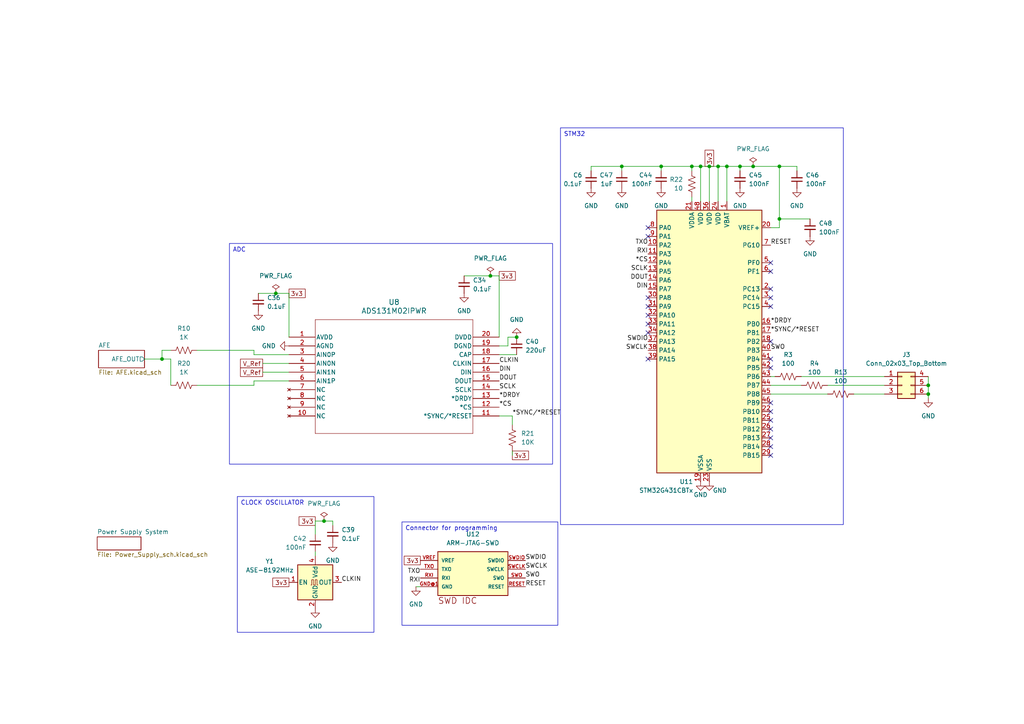
<source format=kicad_sch>
(kicad_sch
	(version 20250114)
	(generator "eeschema")
	(generator_version "9.0")
	(uuid "579d630a-a692-42b0-a835-d94d6bbce88d")
	(paper "A4")
	(title_block
		(title "AXON")
		(date "2026-01-02")
		(rev "0")
	)
	(lib_symbols
		(symbol "ADS131M02:ADS131M02IPWR"
			(pin_names
				(offset 0.254)
			)
			(exclude_from_sim no)
			(in_bom yes)
			(on_board yes)
			(property "Reference" "U"
				(at 30.48 10.16 0)
				(effects
					(font
						(size 1.524 1.524)
					)
				)
			)
			(property "Value" "ADS131M02IPWR"
				(at 30.48 7.62 0)
				(effects
					(font
						(size 1.524 1.524)
					)
				)
			)
			(property "Footprint" "TSSOP20_PW_TEX"
				(at 0 0 0)
				(effects
					(font
						(size 1.27 1.27)
						(italic yes)
					)
					(hide yes)
				)
			)
			(property "Datasheet" "https://www.ti.com/lit/gpn/ads131m02"
				(at 0 0 0)
				(effects
					(font
						(size 1.27 1.27)
						(italic yes)
					)
					(hide yes)
				)
			)
			(property "Description" ""
				(at 0 0 0)
				(effects
					(font
						(size 1.27 1.27)
					)
					(hide yes)
				)
			)
			(property "ki_locked" ""
				(at 0 0 0)
				(effects
					(font
						(size 1.27 1.27)
					)
				)
			)
			(property "ki_keywords" "ADS131M02IPWR"
				(at 0 0 0)
				(effects
					(font
						(size 1.27 1.27)
					)
					(hide yes)
				)
			)
			(property "ki_fp_filters" "TSSOP20_PW_TEX TSSOP20_PW_TEX-M TSSOP20_PW_TEX-L"
				(at 0 0 0)
				(effects
					(font
						(size 1.27 1.27)
					)
					(hide yes)
				)
			)
			(symbol "ADS131M02IPWR_0_1"
				(polyline
					(pts
						(xy 7.62 5.08) (xy 7.62 -27.94)
					)
					(stroke
						(width 0.127)
						(type default)
					)
					(fill
						(type none)
					)
				)
				(polyline
					(pts
						(xy 7.62 -27.94) (xy 53.34 -27.94)
					)
					(stroke
						(width 0.127)
						(type default)
					)
					(fill
						(type none)
					)
				)
				(polyline
					(pts
						(xy 53.34 5.08) (xy 7.62 5.08)
					)
					(stroke
						(width 0.127)
						(type default)
					)
					(fill
						(type none)
					)
				)
				(polyline
					(pts
						(xy 53.34 -27.94) (xy 53.34 5.08)
					)
					(stroke
						(width 0.127)
						(type default)
					)
					(fill
						(type none)
					)
				)
				(pin power_in line
					(at 0 0 0)
					(length 7.62)
					(name "AVDD"
						(effects
							(font
								(size 1.27 1.27)
							)
						)
					)
					(number "1"
						(effects
							(font
								(size 1.27 1.27)
							)
						)
					)
				)
				(pin power_out line
					(at 0 -2.54 0)
					(length 7.62)
					(name "AGND"
						(effects
							(font
								(size 1.27 1.27)
							)
						)
					)
					(number "2"
						(effects
							(font
								(size 1.27 1.27)
							)
						)
					)
				)
				(pin unspecified line
					(at 0 -5.08 0)
					(length 7.62)
					(name "AIN0P"
						(effects
							(font
								(size 1.27 1.27)
							)
						)
					)
					(number "3"
						(effects
							(font
								(size 1.27 1.27)
							)
						)
					)
				)
				(pin unspecified line
					(at 0 -7.62 0)
					(length 7.62)
					(name "AIN0N"
						(effects
							(font
								(size 1.27 1.27)
							)
						)
					)
					(number "4"
						(effects
							(font
								(size 1.27 1.27)
							)
						)
					)
				)
				(pin unspecified line
					(at 0 -10.16 0)
					(length 7.62)
					(name "AIN1N"
						(effects
							(font
								(size 1.27 1.27)
							)
						)
					)
					(number "5"
						(effects
							(font
								(size 1.27 1.27)
							)
						)
					)
				)
				(pin unspecified line
					(at 0 -12.7 0)
					(length 7.62)
					(name "AIN1P"
						(effects
							(font
								(size 1.27 1.27)
							)
						)
					)
					(number "6"
						(effects
							(font
								(size 1.27 1.27)
							)
						)
					)
				)
				(pin no_connect line
					(at 0 -15.24 0)
					(length 7.62)
					(name "NC"
						(effects
							(font
								(size 1.27 1.27)
							)
						)
					)
					(number "7"
						(effects
							(font
								(size 1.27 1.27)
							)
						)
					)
				)
				(pin no_connect line
					(at 0 -17.78 0)
					(length 7.62)
					(name "NC"
						(effects
							(font
								(size 1.27 1.27)
							)
						)
					)
					(number "8"
						(effects
							(font
								(size 1.27 1.27)
							)
						)
					)
				)
				(pin no_connect line
					(at 0 -20.32 0)
					(length 7.62)
					(name "NC"
						(effects
							(font
								(size 1.27 1.27)
							)
						)
					)
					(number "9"
						(effects
							(font
								(size 1.27 1.27)
							)
						)
					)
				)
				(pin no_connect line
					(at 0 -22.86 0)
					(length 7.62)
					(name "NC"
						(effects
							(font
								(size 1.27 1.27)
							)
						)
					)
					(number "10"
						(effects
							(font
								(size 1.27 1.27)
							)
						)
					)
				)
				(pin power_in line
					(at 60.96 0 180)
					(length 7.62)
					(name "DVDD"
						(effects
							(font
								(size 1.27 1.27)
							)
						)
					)
					(number "20"
						(effects
							(font
								(size 1.27 1.27)
							)
						)
					)
				)
				(pin power_out line
					(at 60.96 -2.54 180)
					(length 7.62)
					(name "DGND"
						(effects
							(font
								(size 1.27 1.27)
							)
						)
					)
					(number "19"
						(effects
							(font
								(size 1.27 1.27)
							)
						)
					)
				)
				(pin unspecified line
					(at 60.96 -5.08 180)
					(length 7.62)
					(name "CAP"
						(effects
							(font
								(size 1.27 1.27)
							)
						)
					)
					(number "18"
						(effects
							(font
								(size 1.27 1.27)
							)
						)
					)
				)
				(pin input line
					(at 60.96 -7.62 180)
					(length 7.62)
					(name "CLKIN"
						(effects
							(font
								(size 1.27 1.27)
							)
						)
					)
					(number "17"
						(effects
							(font
								(size 1.27 1.27)
							)
						)
					)
				)
				(pin input line
					(at 60.96 -10.16 180)
					(length 7.62)
					(name "DIN"
						(effects
							(font
								(size 1.27 1.27)
							)
						)
					)
					(number "16"
						(effects
							(font
								(size 1.27 1.27)
							)
						)
					)
				)
				(pin output line
					(at 60.96 -12.7 180)
					(length 7.62)
					(name "DOUT"
						(effects
							(font
								(size 1.27 1.27)
							)
						)
					)
					(number "15"
						(effects
							(font
								(size 1.27 1.27)
							)
						)
					)
				)
				(pin input line
					(at 60.96 -15.24 180)
					(length 7.62)
					(name "SCLK"
						(effects
							(font
								(size 1.27 1.27)
							)
						)
					)
					(number "14"
						(effects
							(font
								(size 1.27 1.27)
							)
						)
					)
				)
				(pin output line
					(at 60.96 -17.78 180)
					(length 7.62)
					(name "*DRDY"
						(effects
							(font
								(size 1.27 1.27)
							)
						)
					)
					(number "13"
						(effects
							(font
								(size 1.27 1.27)
							)
						)
					)
				)
				(pin input line
					(at 60.96 -20.32 180)
					(length 7.62)
					(name "*CS"
						(effects
							(font
								(size 1.27 1.27)
							)
						)
					)
					(number "12"
						(effects
							(font
								(size 1.27 1.27)
							)
						)
					)
				)
				(pin input line
					(at 60.96 -22.86 180)
					(length 7.62)
					(name "*SYNC/*RESET"
						(effects
							(font
								(size 1.27 1.27)
							)
						)
					)
					(number "11"
						(effects
							(font
								(size 1.27 1.27)
							)
						)
					)
				)
			)
			(embedded_fonts no)
		)
		(symbol "ARM-JTAG-SWD:ARM-JTAG-SWD"
			(pin_names
				(offset 1.016)
			)
			(exclude_from_sim no)
			(in_bom yes)
			(on_board yes)
			(property "Reference" "U"
				(at -2.54 10.16 0)
				(effects
					(font
						(size 1.27 1.27)
					)
					(justify left bottom)
				)
			)
			(property "Value" "ARM-JTAG-SWD"
				(at 0 0 0)
				(effects
					(font
						(size 1.27 1.27)
					)
					(justify bottom)
				)
			)
			(property "Footprint" "ARM-JTAG-SWD:ARM-JTAG-10-SWD-IDC"
				(at 0 0 0)
				(effects
					(font
						(size 1.27 1.27)
					)
					(justify bottom)
					(hide yes)
				)
			)
			(property "Datasheet" ""
				(at 0 0 0)
				(effects
					(font
						(size 1.27 1.27)
					)
					(hide yes)
				)
			)
			(property "Description" ""
				(at 0 0 0)
				(effects
					(font
						(size 1.27 1.27)
					)
					(hide yes)
				)
			)
			(property "MF" "Olimex LTD"
				(at 0 0 0)
				(effects
					(font
						(size 1.27 1.27)
					)
					(justify bottom)
					(hide yes)
				)
			)
			(property "Description_1" "DEBUG ADAPTER FOR ARM-USB-TINY-H"
				(at 0 0 0)
				(effects
					(font
						(size 1.27 1.27)
					)
					(justify bottom)
					(hide yes)
				)
			)
			(property "Package" "None"
				(at 0 0 0)
				(effects
					(font
						(size 1.27 1.27)
					)
					(justify bottom)
					(hide yes)
				)
			)
			(property "Price" "None"
				(at 0 0 0)
				(effects
					(font
						(size 1.27 1.27)
					)
					(justify bottom)
					(hide yes)
				)
			)
			(property "SnapEDA_Link" "https://www.snapeda.com/parts/ARM-JTAG-SWD/Olimex/view-part/?ref=snap"
				(at 0 0 0)
				(effects
					(font
						(size 1.27 1.27)
					)
					(justify bottom)
					(hide yes)
				)
			)
			(property "MP" "ARM-JTAG-SWD"
				(at 0 0 0)
				(effects
					(font
						(size 1.27 1.27)
					)
					(justify bottom)
					(hide yes)
				)
			)
			(property "Purchase-URL" "https://www.snapeda.com/api/url_track_click_mouser/?unipart_id=378435&manufacturer=Olimex LTD&part_name=ARM-JTAG-SWD&search_term=None"
				(at 0 0 0)
				(effects
					(font
						(size 1.27 1.27)
					)
					(justify bottom)
					(hide yes)
				)
			)
			(property "Availability" "In Stock"
				(at 0 0 0)
				(effects
					(font
						(size 1.27 1.27)
					)
					(justify bottom)
					(hide yes)
				)
			)
			(property "Check_prices" "https://www.snapeda.com/parts/ARM-JTAG-SWD/Olimex/view-part/?ref=eda"
				(at 0 0 0)
				(effects
					(font
						(size 1.27 1.27)
					)
					(justify bottom)
					(hide yes)
				)
			)
			(symbol "ARM-JTAG-SWD_0_0"
				(rectangle
					(start -2.54 -5.08)
					(end 17.78 7.62)
					(stroke
						(width 0.254)
						(type default)
					)
					(fill
						(type background)
					)
				)
				(text "SWD IDC"
					(at -2.54 -7.62 0)
					(effects
						(font
							(size 1.778 1.778)
						)
						(justify left bottom)
					)
				)
				(pin bidirectional line
					(at -7.62 5.08 0)
					(length 5.08)
					(name "VREF"
						(effects
							(font
								(size 1.016 1.016)
							)
						)
					)
					(number "VREF"
						(effects
							(font
								(size 1.016 1.016)
							)
						)
					)
				)
				(pin bidirectional line
					(at -7.62 2.54 0)
					(length 5.08)
					(name "TXO"
						(effects
							(font
								(size 1.016 1.016)
							)
						)
					)
					(number "TXO"
						(effects
							(font
								(size 1.016 1.016)
							)
						)
					)
				)
				(pin bidirectional line
					(at -7.62 0 0)
					(length 5.08)
					(name "RXI"
						(effects
							(font
								(size 1.016 1.016)
							)
						)
					)
					(number "RXI"
						(effects
							(font
								(size 1.016 1.016)
							)
						)
					)
				)
				(pin bidirectional line
					(at -7.62 -2.54 0)
					(length 5.08)
					(name "GND"
						(effects
							(font
								(size 1.016 1.016)
							)
						)
					)
					(number "GND@1"
						(effects
							(font
								(size 1.016 1.016)
							)
						)
					)
				)
				(pin bidirectional line
					(at -7.62 -2.54 0)
					(length 5.08)
					(hide yes)
					(name "GND"
						(effects
							(font
								(size 1.016 1.016)
							)
						)
					)
					(number "GND@2"
						(effects
							(font
								(size 1.016 1.016)
							)
						)
					)
				)
				(pin bidirectional line
					(at -7.62 -2.54 0)
					(length 5.08)
					(hide yes)
					(name "GND"
						(effects
							(font
								(size 1.016 1.016)
							)
						)
					)
					(number "GND@3"
						(effects
							(font
								(size 1.016 1.016)
							)
						)
					)
				)
				(pin bidirectional line
					(at 22.86 5.08 180)
					(length 5.08)
					(name "SWDIO"
						(effects
							(font
								(size 1.016 1.016)
							)
						)
					)
					(number "SWDIO"
						(effects
							(font
								(size 1.016 1.016)
							)
						)
					)
				)
				(pin bidirectional line
					(at 22.86 2.54 180)
					(length 5.08)
					(name "SWCLK"
						(effects
							(font
								(size 1.016 1.016)
							)
						)
					)
					(number "SWCLK"
						(effects
							(font
								(size 1.016 1.016)
							)
						)
					)
				)
				(pin bidirectional line
					(at 22.86 0 180)
					(length 5.08)
					(name "SWO"
						(effects
							(font
								(size 1.016 1.016)
							)
						)
					)
					(number "SWO"
						(effects
							(font
								(size 1.016 1.016)
							)
						)
					)
				)
				(pin bidirectional line
					(at 22.86 -2.54 180)
					(length 5.08)
					(name "RESET"
						(effects
							(font
								(size 1.016 1.016)
							)
						)
					)
					(number "RESET"
						(effects
							(font
								(size 1.016 1.016)
							)
						)
					)
				)
			)
			(embedded_fonts no)
		)
		(symbol "Connector_Generic:Conn_02x03_Top_Bottom"
			(pin_names
				(offset 1.016)
				(hide yes)
			)
			(exclude_from_sim no)
			(in_bom yes)
			(on_board yes)
			(property "Reference" "J"
				(at 1.27 5.08 0)
				(effects
					(font
						(size 1.27 1.27)
					)
				)
			)
			(property "Value" "Conn_02x03_Top_Bottom"
				(at 1.27 -5.08 0)
				(effects
					(font
						(size 1.27 1.27)
					)
				)
			)
			(property "Footprint" ""
				(at 0 0 0)
				(effects
					(font
						(size 1.27 1.27)
					)
					(hide yes)
				)
			)
			(property "Datasheet" "~"
				(at 0 0 0)
				(effects
					(font
						(size 1.27 1.27)
					)
					(hide yes)
				)
			)
			(property "Description" "Generic connector, double row, 02x03, top/bottom pin numbering scheme (row 1: 1...pins_per_row, row2: pins_per_row+1 ... num_pins), script generated (kicad-library-utils/schlib/autogen/connector/)"
				(at 0 0 0)
				(effects
					(font
						(size 1.27 1.27)
					)
					(hide yes)
				)
			)
			(property "ki_keywords" "connector"
				(at 0 0 0)
				(effects
					(font
						(size 1.27 1.27)
					)
					(hide yes)
				)
			)
			(property "ki_fp_filters" "Connector*:*_2x??_*"
				(at 0 0 0)
				(effects
					(font
						(size 1.27 1.27)
					)
					(hide yes)
				)
			)
			(symbol "Conn_02x03_Top_Bottom_1_1"
				(rectangle
					(start -1.27 3.81)
					(end 3.81 -3.81)
					(stroke
						(width 0.254)
						(type default)
					)
					(fill
						(type background)
					)
				)
				(rectangle
					(start -1.27 2.667)
					(end 0 2.413)
					(stroke
						(width 0.1524)
						(type default)
					)
					(fill
						(type none)
					)
				)
				(rectangle
					(start -1.27 0.127)
					(end 0 -0.127)
					(stroke
						(width 0.1524)
						(type default)
					)
					(fill
						(type none)
					)
				)
				(rectangle
					(start -1.27 -2.413)
					(end 0 -2.667)
					(stroke
						(width 0.1524)
						(type default)
					)
					(fill
						(type none)
					)
				)
				(rectangle
					(start 3.81 2.667)
					(end 2.54 2.413)
					(stroke
						(width 0.1524)
						(type default)
					)
					(fill
						(type none)
					)
				)
				(rectangle
					(start 3.81 0.127)
					(end 2.54 -0.127)
					(stroke
						(width 0.1524)
						(type default)
					)
					(fill
						(type none)
					)
				)
				(rectangle
					(start 3.81 -2.413)
					(end 2.54 -2.667)
					(stroke
						(width 0.1524)
						(type default)
					)
					(fill
						(type none)
					)
				)
				(pin passive line
					(at -5.08 2.54 0)
					(length 3.81)
					(name "Pin_1"
						(effects
							(font
								(size 1.27 1.27)
							)
						)
					)
					(number "1"
						(effects
							(font
								(size 1.27 1.27)
							)
						)
					)
				)
				(pin passive line
					(at -5.08 0 0)
					(length 3.81)
					(name "Pin_2"
						(effects
							(font
								(size 1.27 1.27)
							)
						)
					)
					(number "2"
						(effects
							(font
								(size 1.27 1.27)
							)
						)
					)
				)
				(pin passive line
					(at -5.08 -2.54 0)
					(length 3.81)
					(name "Pin_3"
						(effects
							(font
								(size 1.27 1.27)
							)
						)
					)
					(number "3"
						(effects
							(font
								(size 1.27 1.27)
							)
						)
					)
				)
				(pin passive line
					(at 7.62 2.54 180)
					(length 3.81)
					(name "Pin_4"
						(effects
							(font
								(size 1.27 1.27)
							)
						)
					)
					(number "4"
						(effects
							(font
								(size 1.27 1.27)
							)
						)
					)
				)
				(pin passive line
					(at 7.62 0 180)
					(length 3.81)
					(name "Pin_5"
						(effects
							(font
								(size 1.27 1.27)
							)
						)
					)
					(number "5"
						(effects
							(font
								(size 1.27 1.27)
							)
						)
					)
				)
				(pin passive line
					(at 7.62 -2.54 180)
					(length 3.81)
					(name "Pin_6"
						(effects
							(font
								(size 1.27 1.27)
							)
						)
					)
					(number "6"
						(effects
							(font
								(size 1.27 1.27)
							)
						)
					)
				)
			)
			(embedded_fonts no)
		)
		(symbol "Device:C_Small"
			(pin_numbers
				(hide yes)
			)
			(pin_names
				(offset 0.254)
				(hide yes)
			)
			(exclude_from_sim no)
			(in_bom yes)
			(on_board yes)
			(property "Reference" "C"
				(at 0.254 1.778 0)
				(effects
					(font
						(size 1.27 1.27)
					)
					(justify left)
				)
			)
			(property "Value" "C_Small"
				(at 0.254 -2.032 0)
				(effects
					(font
						(size 1.27 1.27)
					)
					(justify left)
				)
			)
			(property "Footprint" ""
				(at 0 0 0)
				(effects
					(font
						(size 1.27 1.27)
					)
					(hide yes)
				)
			)
			(property "Datasheet" "~"
				(at 0 0 0)
				(effects
					(font
						(size 1.27 1.27)
					)
					(hide yes)
				)
			)
			(property "Description" "Unpolarized capacitor, small symbol"
				(at 0 0 0)
				(effects
					(font
						(size 1.27 1.27)
					)
					(hide yes)
				)
			)
			(property "ki_keywords" "capacitor cap"
				(at 0 0 0)
				(effects
					(font
						(size 1.27 1.27)
					)
					(hide yes)
				)
			)
			(property "ki_fp_filters" "C_*"
				(at 0 0 0)
				(effects
					(font
						(size 1.27 1.27)
					)
					(hide yes)
				)
			)
			(symbol "C_Small_0_1"
				(polyline
					(pts
						(xy -1.524 0.508) (xy 1.524 0.508)
					)
					(stroke
						(width 0.3048)
						(type default)
					)
					(fill
						(type none)
					)
				)
				(polyline
					(pts
						(xy -1.524 -0.508) (xy 1.524 -0.508)
					)
					(stroke
						(width 0.3302)
						(type default)
					)
					(fill
						(type none)
					)
				)
			)
			(symbol "C_Small_1_1"
				(pin passive line
					(at 0 2.54 270)
					(length 2.032)
					(name "~"
						(effects
							(font
								(size 1.27 1.27)
							)
						)
					)
					(number "1"
						(effects
							(font
								(size 1.27 1.27)
							)
						)
					)
				)
				(pin passive line
					(at 0 -2.54 90)
					(length 2.032)
					(name "~"
						(effects
							(font
								(size 1.27 1.27)
							)
						)
					)
					(number "2"
						(effects
							(font
								(size 1.27 1.27)
							)
						)
					)
				)
			)
			(embedded_fonts no)
		)
		(symbol "Device:R_US"
			(pin_numbers
				(hide yes)
			)
			(pin_names
				(offset 0)
			)
			(exclude_from_sim no)
			(in_bom yes)
			(on_board yes)
			(property "Reference" "R"
				(at 2.54 0 90)
				(effects
					(font
						(size 1.27 1.27)
					)
				)
			)
			(property "Value" "R_US"
				(at -2.54 0 90)
				(effects
					(font
						(size 1.27 1.27)
					)
				)
			)
			(property "Footprint" ""
				(at 1.016 -0.254 90)
				(effects
					(font
						(size 1.27 1.27)
					)
					(hide yes)
				)
			)
			(property "Datasheet" "~"
				(at 0 0 0)
				(effects
					(font
						(size 1.27 1.27)
					)
					(hide yes)
				)
			)
			(property "Description" "Resistor, US symbol"
				(at 0 0 0)
				(effects
					(font
						(size 1.27 1.27)
					)
					(hide yes)
				)
			)
			(property "ki_keywords" "R res resistor"
				(at 0 0 0)
				(effects
					(font
						(size 1.27 1.27)
					)
					(hide yes)
				)
			)
			(property "ki_fp_filters" "R_*"
				(at 0 0 0)
				(effects
					(font
						(size 1.27 1.27)
					)
					(hide yes)
				)
			)
			(symbol "R_US_0_1"
				(polyline
					(pts
						(xy 0 2.286) (xy 0 2.54)
					)
					(stroke
						(width 0)
						(type default)
					)
					(fill
						(type none)
					)
				)
				(polyline
					(pts
						(xy 0 2.286) (xy 1.016 1.905) (xy 0 1.524) (xy -1.016 1.143) (xy 0 0.762)
					)
					(stroke
						(width 0)
						(type default)
					)
					(fill
						(type none)
					)
				)
				(polyline
					(pts
						(xy 0 0.762) (xy 1.016 0.381) (xy 0 0) (xy -1.016 -0.381) (xy 0 -0.762)
					)
					(stroke
						(width 0)
						(type default)
					)
					(fill
						(type none)
					)
				)
				(polyline
					(pts
						(xy 0 -0.762) (xy 1.016 -1.143) (xy 0 -1.524) (xy -1.016 -1.905) (xy 0 -2.286)
					)
					(stroke
						(width 0)
						(type default)
					)
					(fill
						(type none)
					)
				)
				(polyline
					(pts
						(xy 0 -2.286) (xy 0 -2.54)
					)
					(stroke
						(width 0)
						(type default)
					)
					(fill
						(type none)
					)
				)
			)
			(symbol "R_US_1_1"
				(pin passive line
					(at 0 3.81 270)
					(length 1.27)
					(name "~"
						(effects
							(font
								(size 1.27 1.27)
							)
						)
					)
					(number "1"
						(effects
							(font
								(size 1.27 1.27)
							)
						)
					)
				)
				(pin passive line
					(at 0 -3.81 90)
					(length 1.27)
					(name "~"
						(effects
							(font
								(size 1.27 1.27)
							)
						)
					)
					(number "2"
						(effects
							(font
								(size 1.27 1.27)
							)
						)
					)
				)
			)
			(embedded_fonts no)
		)
		(symbol "MCU_ST_STM32G4:STM32G431CBTx"
			(exclude_from_sim no)
			(in_bom yes)
			(on_board yes)
			(property "Reference" "U"
				(at -15.24 39.37 0)
				(effects
					(font
						(size 1.27 1.27)
					)
					(justify left)
				)
			)
			(property "Value" "STM32G431CBTx"
				(at 7.62 39.37 0)
				(effects
					(font
						(size 1.27 1.27)
					)
					(justify left)
				)
			)
			(property "Footprint" "Package_QFP:LQFP-48_7x7mm_P0.5mm"
				(at -15.24 -38.1 0)
				(effects
					(font
						(size 1.27 1.27)
					)
					(justify right)
					(hide yes)
				)
			)
			(property "Datasheet" "https://www.st.com/resource/en/datasheet/stm32g431cb.pdf"
				(at 0 0 0)
				(effects
					(font
						(size 1.27 1.27)
					)
					(hide yes)
				)
			)
			(property "Description" "STMicroelectronics Arm Cortex-M4 MCU, 128KB flash, 32KB RAM, 170 MHz, 1.71-3.6V, 38 GPIO, LQFP48"
				(at 0 0 0)
				(effects
					(font
						(size 1.27 1.27)
					)
					(hide yes)
				)
			)
			(property "ki_keywords" "Arm Cortex-M4 STM32G4 STM32G4x1"
				(at 0 0 0)
				(effects
					(font
						(size 1.27 1.27)
					)
					(hide yes)
				)
			)
			(property "ki_fp_filters" "LQFP*7x7mm*P0.5mm*"
				(at 0 0 0)
				(effects
					(font
						(size 1.27 1.27)
					)
					(hide yes)
				)
			)
			(symbol "STM32G431CBTx_0_1"
				(rectangle
					(start -15.24 -38.1)
					(end 15.24 38.1)
					(stroke
						(width 0.254)
						(type default)
					)
					(fill
						(type background)
					)
				)
			)
			(symbol "STM32G431CBTx_1_1"
				(pin input line
					(at -17.78 33.02 0)
					(length 2.54)
					(name "VREF+"
						(effects
							(font
								(size 1.27 1.27)
							)
						)
					)
					(number "20"
						(effects
							(font
								(size 1.27 1.27)
							)
						)
					)
					(alternate "VREFBUF_OUT" bidirectional line)
				)
				(pin bidirectional line
					(at -17.78 27.94 0)
					(length 2.54)
					(name "PG10"
						(effects
							(font
								(size 1.27 1.27)
							)
						)
					)
					(number "7"
						(effects
							(font
								(size 1.27 1.27)
							)
						)
					)
					(alternate "DAC1_EXTI10" bidirectional line)
					(alternate "DAC3_EXTI10" bidirectional line)
					(alternate "RCC_MCO" bidirectional line)
				)
				(pin bidirectional line
					(at -17.78 22.86 0)
					(length 2.54)
					(name "PF0"
						(effects
							(font
								(size 1.27 1.27)
							)
						)
					)
					(number "5"
						(effects
							(font
								(size 1.27 1.27)
							)
						)
					)
					(alternate "ADC1_IN10" bidirectional line)
					(alternate "I2C2_SDA" bidirectional line)
					(alternate "I2S2_WS" bidirectional line)
					(alternate "RCC_OSC_IN" bidirectional line)
					(alternate "SPI2_NSS" bidirectional line)
					(alternate "TIM1_CH3N" bidirectional line)
				)
				(pin bidirectional line
					(at -17.78 20.32 0)
					(length 2.54)
					(name "PF1"
						(effects
							(font
								(size 1.27 1.27)
							)
						)
					)
					(number "6"
						(effects
							(font
								(size 1.27 1.27)
							)
						)
					)
					(alternate "ADC2_IN10" bidirectional line)
					(alternate "COMP3_INM" bidirectional line)
					(alternate "I2S2_CK" bidirectional line)
					(alternate "RCC_OSC_OUT" bidirectional line)
					(alternate "SPI2_SCK" bidirectional line)
				)
				(pin bidirectional line
					(at -17.78 15.24 0)
					(length 2.54)
					(name "PC13"
						(effects
							(font
								(size 1.27 1.27)
							)
						)
					)
					(number "2"
						(effects
							(font
								(size 1.27 1.27)
							)
						)
					)
					(alternate "RTC_OUT1" bidirectional line)
					(alternate "RTC_TAMP1" bidirectional line)
					(alternate "RTC_TS" bidirectional line)
					(alternate "SYS_WKUP2" bidirectional line)
					(alternate "TIM1_BKIN" bidirectional line)
					(alternate "TIM1_CH1N" bidirectional line)
					(alternate "TIM8_CH4N" bidirectional line)
				)
				(pin bidirectional line
					(at -17.78 12.7 0)
					(length 2.54)
					(name "PC14"
						(effects
							(font
								(size 1.27 1.27)
							)
						)
					)
					(number "3"
						(effects
							(font
								(size 1.27 1.27)
							)
						)
					)
					(alternate "RCC_OSC32_IN" bidirectional line)
				)
				(pin bidirectional line
					(at -17.78 10.16 0)
					(length 2.54)
					(name "PC15"
						(effects
							(font
								(size 1.27 1.27)
							)
						)
					)
					(number "4"
						(effects
							(font
								(size 1.27 1.27)
							)
						)
					)
					(alternate "ADC1_EXTI15" bidirectional line)
					(alternate "ADC2_EXTI15" bidirectional line)
					(alternate "RCC_OSC32_OUT" bidirectional line)
				)
				(pin bidirectional line
					(at -17.78 5.08 0)
					(length 2.54)
					(name "PB0"
						(effects
							(font
								(size 1.27 1.27)
							)
						)
					)
					(number "16"
						(effects
							(font
								(size 1.27 1.27)
							)
						)
					)
					(alternate "ADC1_IN15" bidirectional line)
					(alternate "COMP4_INP" bidirectional line)
					(alternate "OPAMP2_VINP" bidirectional line)
					(alternate "OPAMP2_VINP_SEC" bidirectional line)
					(alternate "OPAMP3_VINP" bidirectional line)
					(alternate "OPAMP3_VINP_SEC" bidirectional line)
					(alternate "TIM1_CH2N" bidirectional line)
					(alternate "TIM3_CH3" bidirectional line)
					(alternate "TIM8_CH2N" bidirectional line)
					(alternate "UCPD1_FRSTX1" bidirectional line)
					(alternate "UCPD1_FRSTX2" bidirectional line)
				)
				(pin bidirectional line
					(at -17.78 2.54 0)
					(length 2.54)
					(name "PB1"
						(effects
							(font
								(size 1.27 1.27)
							)
						)
					)
					(number "17"
						(effects
							(font
								(size 1.27 1.27)
							)
						)
					)
					(alternate "ADC1_IN12" bidirectional line)
					(alternate "COMP1_INP" bidirectional line)
					(alternate "COMP4_OUT" bidirectional line)
					(alternate "LPUART1_DE" bidirectional line)
					(alternate "LPUART1_RTS" bidirectional line)
					(alternate "OPAMP3_VOUT" bidirectional line)
					(alternate "TIM1_CH3N" bidirectional line)
					(alternate "TIM3_CH4" bidirectional line)
					(alternate "TIM8_CH3N" bidirectional line)
				)
				(pin bidirectional line
					(at -17.78 0 0)
					(length 2.54)
					(name "PB2"
						(effects
							(font
								(size 1.27 1.27)
							)
						)
					)
					(number "18"
						(effects
							(font
								(size 1.27 1.27)
							)
						)
					)
					(alternate "ADC2_IN12" bidirectional line)
					(alternate "COMP4_INM" bidirectional line)
					(alternate "I2C3_SMBA" bidirectional line)
					(alternate "LPTIM1_OUT" bidirectional line)
					(alternate "OPAMP3_VINM" bidirectional line)
					(alternate "OPAMP3_VINM0" bidirectional line)
					(alternate "OPAMP3_VINM_SEC" bidirectional line)
					(alternate "RTC_OUT2" bidirectional line)
				)
				(pin bidirectional line
					(at -17.78 -2.54 0)
					(length 2.54)
					(name "PB3"
						(effects
							(font
								(size 1.27 1.27)
							)
						)
					)
					(number "40"
						(effects
							(font
								(size 1.27 1.27)
							)
						)
					)
					(alternate "CRS_SYNC" bidirectional line)
					(alternate "I2S3_CK" bidirectional line)
					(alternate "SAI1_SCK_B" bidirectional line)
					(alternate "SPI1_SCK" bidirectional line)
					(alternate "SPI3_SCK" bidirectional line)
					(alternate "SYS_JTDO-SWO" bidirectional line)
					(alternate "TIM2_CH2" bidirectional line)
					(alternate "TIM3_ETR" bidirectional line)
					(alternate "TIM4_ETR" bidirectional line)
					(alternate "TIM8_CH1N" bidirectional line)
					(alternate "USART2_TX" bidirectional line)
				)
				(pin bidirectional line
					(at -17.78 -5.08 0)
					(length 2.54)
					(name "PB4"
						(effects
							(font
								(size 1.27 1.27)
							)
						)
					)
					(number "41"
						(effects
							(font
								(size 1.27 1.27)
							)
						)
					)
					(alternate "SAI1_MCLK_B" bidirectional line)
					(alternate "SPI1_MISO" bidirectional line)
					(alternate "SPI3_MISO" bidirectional line)
					(alternate "SYS_JTRST" bidirectional line)
					(alternate "TIM16_CH1" bidirectional line)
					(alternate "TIM17_BKIN" bidirectional line)
					(alternate "TIM3_CH1" bidirectional line)
					(alternate "TIM8_CH2N" bidirectional line)
					(alternate "UCPD1_CC2" bidirectional line)
					(alternate "USART2_RX" bidirectional line)
				)
				(pin bidirectional line
					(at -17.78 -7.62 0)
					(length 2.54)
					(name "PB5"
						(effects
							(font
								(size 1.27 1.27)
							)
						)
					)
					(number "42"
						(effects
							(font
								(size 1.27 1.27)
							)
						)
					)
					(alternate "I2C1_SMBA" bidirectional line)
					(alternate "I2C3_SDA" bidirectional line)
					(alternate "I2S3_SD" bidirectional line)
					(alternate "LPTIM1_IN1" bidirectional line)
					(alternate "SAI1_SD_B" bidirectional line)
					(alternate "SPI1_MOSI" bidirectional line)
					(alternate "SPI3_MOSI" bidirectional line)
					(alternate "TIM16_BKIN" bidirectional line)
					(alternate "TIM17_CH1" bidirectional line)
					(alternate "TIM3_CH2" bidirectional line)
					(alternate "TIM8_CH3N" bidirectional line)
					(alternate "USART2_CK" bidirectional line)
				)
				(pin bidirectional line
					(at -17.78 -10.16 0)
					(length 2.54)
					(name "PB6"
						(effects
							(font
								(size 1.27 1.27)
							)
						)
					)
					(number "43"
						(effects
							(font
								(size 1.27 1.27)
							)
						)
					)
					(alternate "COMP4_OUT" bidirectional line)
					(alternate "LPTIM1_ETR" bidirectional line)
					(alternate "SAI1_FS_B" bidirectional line)
					(alternate "TIM16_CH1N" bidirectional line)
					(alternate "TIM4_CH1" bidirectional line)
					(alternate "TIM8_BKIN2" bidirectional line)
					(alternate "TIM8_CH1" bidirectional line)
					(alternate "TIM8_ETR" bidirectional line)
					(alternate "UCPD1_CC1" bidirectional line)
					(alternate "USART1_TX" bidirectional line)
				)
				(pin bidirectional line
					(at -17.78 -12.7 0)
					(length 2.54)
					(name "PB7"
						(effects
							(font
								(size 1.27 1.27)
							)
						)
					)
					(number "44"
						(effects
							(font
								(size 1.27 1.27)
							)
						)
					)
					(alternate "COMP3_OUT" bidirectional line)
					(alternate "I2C1_SDA" bidirectional line)
					(alternate "LPTIM1_IN2" bidirectional line)
					(alternate "SYS_PVD_IN" bidirectional line)
					(alternate "TIM17_CH1N" bidirectional line)
					(alternate "TIM3_CH4" bidirectional line)
					(alternate "TIM4_CH2" bidirectional line)
					(alternate "TIM8_BKIN" bidirectional line)
					(alternate "USART1_RX" bidirectional line)
				)
				(pin bidirectional line
					(at -17.78 -15.24 0)
					(length 2.54)
					(name "PB8"
						(effects
							(font
								(size 1.27 1.27)
							)
						)
					)
					(number "45"
						(effects
							(font
								(size 1.27 1.27)
							)
						)
					)
					(alternate "COMP1_OUT" bidirectional line)
					(alternate "FDCAN1_RX" bidirectional line)
					(alternate "I2C1_SCL" bidirectional line)
					(alternate "SAI1_CK1" bidirectional line)
					(alternate "SAI1_MCLK_A" bidirectional line)
					(alternate "TIM16_CH1" bidirectional line)
					(alternate "TIM1_BKIN" bidirectional line)
					(alternate "TIM4_CH3" bidirectional line)
					(alternate "TIM8_CH2" bidirectional line)
					(alternate "USART3_RX" bidirectional line)
				)
				(pin bidirectional line
					(at -17.78 -17.78 0)
					(length 2.54)
					(name "PB9"
						(effects
							(font
								(size 1.27 1.27)
							)
						)
					)
					(number "46"
						(effects
							(font
								(size 1.27 1.27)
							)
						)
					)
					(alternate "COMP2_OUT" bidirectional line)
					(alternate "DAC1_EXTI9" bidirectional line)
					(alternate "DAC3_EXTI9" bidirectional line)
					(alternate "FDCAN1_TX" bidirectional line)
					(alternate "I2C1_SDA" bidirectional line)
					(alternate "IR_OUT" bidirectional line)
					(alternate "SAI1_D2" bidirectional line)
					(alternate "SAI1_FS_A" bidirectional line)
					(alternate "TIM17_CH1" bidirectional line)
					(alternate "TIM1_CH3N" bidirectional line)
					(alternate "TIM4_CH4" bidirectional line)
					(alternate "TIM8_CH3" bidirectional line)
					(alternate "USART3_TX" bidirectional line)
				)
				(pin bidirectional line
					(at -17.78 -20.32 0)
					(length 2.54)
					(name "PB10"
						(effects
							(font
								(size 1.27 1.27)
							)
						)
					)
					(number "22"
						(effects
							(font
								(size 1.27 1.27)
							)
						)
					)
					(alternate "DAC1_EXTI10" bidirectional line)
					(alternate "DAC3_EXTI10" bidirectional line)
					(alternate "LPUART1_RX" bidirectional line)
					(alternate "OPAMP3_VINM" bidirectional line)
					(alternate "OPAMP3_VINM1" bidirectional line)
					(alternate "OPAMP3_VINM_SEC" bidirectional line)
					(alternate "SAI1_SCK_A" bidirectional line)
					(alternate "TIM1_BKIN" bidirectional line)
					(alternate "TIM2_CH3" bidirectional line)
					(alternate "USART3_TX" bidirectional line)
				)
				(pin bidirectional line
					(at -17.78 -22.86 0)
					(length 2.54)
					(name "PB11"
						(effects
							(font
								(size 1.27 1.27)
							)
						)
					)
					(number "25"
						(effects
							(font
								(size 1.27 1.27)
							)
						)
					)
					(alternate "ADC1_EXTI11" bidirectional line)
					(alternate "ADC1_IN14" bidirectional line)
					(alternate "ADC2_EXTI11" bidirectional line)
					(alternate "ADC2_IN14" bidirectional line)
					(alternate "LPUART1_TX" bidirectional line)
					(alternate "TIM2_CH4" bidirectional line)
					(alternate "USART3_RX" bidirectional line)
				)
				(pin bidirectional line
					(at -17.78 -25.4 0)
					(length 2.54)
					(name "PB12"
						(effects
							(font
								(size 1.27 1.27)
							)
						)
					)
					(number "26"
						(effects
							(font
								(size 1.27 1.27)
							)
						)
					)
					(alternate "ADC1_IN11" bidirectional line)
					(alternate "I2C2_SMBA" bidirectional line)
					(alternate "I2S2_WS" bidirectional line)
					(alternate "LPUART1_DE" bidirectional line)
					(alternate "LPUART1_RTS" bidirectional line)
					(alternate "SPI2_NSS" bidirectional line)
					(alternate "TIM1_BKIN" bidirectional line)
					(alternate "USART3_CK" bidirectional line)
				)
				(pin bidirectional line
					(at -17.78 -27.94 0)
					(length 2.54)
					(name "PB13"
						(effects
							(font
								(size 1.27 1.27)
							)
						)
					)
					(number "27"
						(effects
							(font
								(size 1.27 1.27)
							)
						)
					)
					(alternate "I2S2_CK" bidirectional line)
					(alternate "LPUART1_CTS" bidirectional line)
					(alternate "OPAMP3_VINP" bidirectional line)
					(alternate "OPAMP3_VINP_SEC" bidirectional line)
					(alternate "SPI2_SCK" bidirectional line)
					(alternate "TIM1_CH1N" bidirectional line)
					(alternate "USART3_CTS" bidirectional line)
					(alternate "USART3_NSS" bidirectional line)
				)
				(pin bidirectional line
					(at -17.78 -30.48 0)
					(length 2.54)
					(name "PB14"
						(effects
							(font
								(size 1.27 1.27)
							)
						)
					)
					(number "28"
						(effects
							(font
								(size 1.27 1.27)
							)
						)
					)
					(alternate "ADC1_IN5" bidirectional line)
					(alternate "COMP4_OUT" bidirectional line)
					(alternate "OPAMP2_VINP" bidirectional line)
					(alternate "OPAMP2_VINP_SEC" bidirectional line)
					(alternate "SPI2_MISO" bidirectional line)
					(alternate "TIM15_CH1" bidirectional line)
					(alternate "TIM1_CH2N" bidirectional line)
					(alternate "USART3_DE" bidirectional line)
					(alternate "USART3_RTS" bidirectional line)
				)
				(pin bidirectional line
					(at -17.78 -33.02 0)
					(length 2.54)
					(name "PB15"
						(effects
							(font
								(size 1.27 1.27)
							)
						)
					)
					(number "29"
						(effects
							(font
								(size 1.27 1.27)
							)
						)
					)
					(alternate "ADC1_EXTI15" bidirectional line)
					(alternate "ADC2_EXTI15" bidirectional line)
					(alternate "ADC2_IN15" bidirectional line)
					(alternate "COMP3_OUT" bidirectional line)
					(alternate "I2S2_SD" bidirectional line)
					(alternate "RTC_REFIN" bidirectional line)
					(alternate "SPI2_MOSI" bidirectional line)
					(alternate "TIM15_CH1N" bidirectional line)
					(alternate "TIM15_CH2" bidirectional line)
					(alternate "TIM1_CH3N" bidirectional line)
				)
				(pin power_in line
					(at -5.08 40.64 270)
					(length 2.54)
					(name "VBAT"
						(effects
							(font
								(size 1.27 1.27)
							)
						)
					)
					(number "1"
						(effects
							(font
								(size 1.27 1.27)
							)
						)
					)
				)
				(pin power_in line
					(at -2.54 40.64 270)
					(length 2.54)
					(name "VDD"
						(effects
							(font
								(size 1.27 1.27)
							)
						)
					)
					(number "24"
						(effects
							(font
								(size 1.27 1.27)
							)
						)
					)
				)
				(pin power_in line
					(at 0 40.64 270)
					(length 2.54)
					(name "VDD"
						(effects
							(font
								(size 1.27 1.27)
							)
						)
					)
					(number "36"
						(effects
							(font
								(size 1.27 1.27)
							)
						)
					)
				)
				(pin power_in line
					(at 0 -40.64 90)
					(length 2.54)
					(name "VSS"
						(effects
							(font
								(size 1.27 1.27)
							)
						)
					)
					(number "23"
						(effects
							(font
								(size 1.27 1.27)
							)
						)
					)
				)
				(pin passive line
					(at 0 -40.64 90)
					(length 2.54)
					(hide yes)
					(name "VSS"
						(effects
							(font
								(size 1.27 1.27)
							)
						)
					)
					(number "35"
						(effects
							(font
								(size 1.27 1.27)
							)
						)
					)
				)
				(pin passive line
					(at 0 -40.64 90)
					(length 2.54)
					(hide yes)
					(name "VSS"
						(effects
							(font
								(size 1.27 1.27)
							)
						)
					)
					(number "47"
						(effects
							(font
								(size 1.27 1.27)
							)
						)
					)
				)
				(pin power_in line
					(at 2.54 40.64 270)
					(length 2.54)
					(name "VDD"
						(effects
							(font
								(size 1.27 1.27)
							)
						)
					)
					(number "48"
						(effects
							(font
								(size 1.27 1.27)
							)
						)
					)
				)
				(pin power_in line
					(at 2.54 -40.64 90)
					(length 2.54)
					(name "VSSA"
						(effects
							(font
								(size 1.27 1.27)
							)
						)
					)
					(number "19"
						(effects
							(font
								(size 1.27 1.27)
							)
						)
					)
				)
				(pin power_in line
					(at 5.08 40.64 270)
					(length 2.54)
					(name "VDDA"
						(effects
							(font
								(size 1.27 1.27)
							)
						)
					)
					(number "21"
						(effects
							(font
								(size 1.27 1.27)
							)
						)
					)
				)
				(pin bidirectional line
					(at 17.78 33.02 180)
					(length 2.54)
					(name "PA0"
						(effects
							(font
								(size 1.27 1.27)
							)
						)
					)
					(number "8"
						(effects
							(font
								(size 1.27 1.27)
							)
						)
					)
					(alternate "ADC1_IN1" bidirectional line)
					(alternate "ADC2_IN1" bidirectional line)
					(alternate "COMP1_INM" bidirectional line)
					(alternate "COMP1_OUT" bidirectional line)
					(alternate "COMP3_INP" bidirectional line)
					(alternate "RTC_TAMP2" bidirectional line)
					(alternate "SYS_WKUP1" bidirectional line)
					(alternate "TIM2_CH1" bidirectional line)
					(alternate "TIM2_ETR" bidirectional line)
					(alternate "TIM8_BKIN" bidirectional line)
					(alternate "TIM8_ETR" bidirectional line)
					(alternate "USART2_CTS" bidirectional line)
					(alternate "USART2_NSS" bidirectional line)
				)
				(pin bidirectional line
					(at 17.78 30.48 180)
					(length 2.54)
					(name "PA1"
						(effects
							(font
								(size 1.27 1.27)
							)
						)
					)
					(number "9"
						(effects
							(font
								(size 1.27 1.27)
							)
						)
					)
					(alternate "ADC1_IN2" bidirectional line)
					(alternate "ADC2_IN2" bidirectional line)
					(alternate "COMP1_INP" bidirectional line)
					(alternate "OPAMP1_VINP" bidirectional line)
					(alternate "OPAMP1_VINP_SEC" bidirectional line)
					(alternate "OPAMP3_VINP" bidirectional line)
					(alternate "OPAMP3_VINP_SEC" bidirectional line)
					(alternate "RTC_REFIN" bidirectional line)
					(alternate "TIM15_CH1N" bidirectional line)
					(alternate "TIM2_CH2" bidirectional line)
					(alternate "USART2_DE" bidirectional line)
					(alternate "USART2_RTS" bidirectional line)
				)
				(pin bidirectional line
					(at 17.78 27.94 180)
					(length 2.54)
					(name "PA2"
						(effects
							(font
								(size 1.27 1.27)
							)
						)
					)
					(number "10"
						(effects
							(font
								(size 1.27 1.27)
							)
						)
					)
					(alternate "ADC1_IN3" bidirectional line)
					(alternate "COMP2_INM" bidirectional line)
					(alternate "COMP2_OUT" bidirectional line)
					(alternate "LPUART1_TX" bidirectional line)
					(alternate "OPAMP1_VOUT" bidirectional line)
					(alternate "RCC_LSCO" bidirectional line)
					(alternate "SYS_WKUP4" bidirectional line)
					(alternate "TIM15_CH1" bidirectional line)
					(alternate "TIM2_CH3" bidirectional line)
					(alternate "UCPD1_FRSTX1" bidirectional line)
					(alternate "UCPD1_FRSTX2" bidirectional line)
					(alternate "USART2_TX" bidirectional line)
				)
				(pin bidirectional line
					(at 17.78 25.4 180)
					(length 2.54)
					(name "PA3"
						(effects
							(font
								(size 1.27 1.27)
							)
						)
					)
					(number "11"
						(effects
							(font
								(size 1.27 1.27)
							)
						)
					)
					(alternate "ADC1_IN4" bidirectional line)
					(alternate "COMP2_INP" bidirectional line)
					(alternate "LPUART1_RX" bidirectional line)
					(alternate "OPAMP1_VINM" bidirectional line)
					(alternate "OPAMP1_VINM0" bidirectional line)
					(alternate "OPAMP1_VINM_SEC" bidirectional line)
					(alternate "OPAMP1_VINP" bidirectional line)
					(alternate "OPAMP1_VINP_SEC" bidirectional line)
					(alternate "SAI1_CK1" bidirectional line)
					(alternate "SAI1_MCLK_A" bidirectional line)
					(alternate "TIM15_CH2" bidirectional line)
					(alternate "TIM2_CH4" bidirectional line)
					(alternate "USART2_RX" bidirectional line)
				)
				(pin bidirectional line
					(at 17.78 22.86 180)
					(length 2.54)
					(name "PA4"
						(effects
							(font
								(size 1.27 1.27)
							)
						)
					)
					(number "12"
						(effects
							(font
								(size 1.27 1.27)
							)
						)
					)
					(alternate "ADC2_IN17" bidirectional line)
					(alternate "COMP1_INM" bidirectional line)
					(alternate "DAC1_OUT1" bidirectional line)
					(alternate "I2S3_WS" bidirectional line)
					(alternate "SAI1_FS_B" bidirectional line)
					(alternate "SPI1_NSS" bidirectional line)
					(alternate "SPI3_NSS" bidirectional line)
					(alternate "TIM3_CH2" bidirectional line)
					(alternate "USART2_CK" bidirectional line)
				)
				(pin bidirectional line
					(at 17.78 20.32 180)
					(length 2.54)
					(name "PA5"
						(effects
							(font
								(size 1.27 1.27)
							)
						)
					)
					(number "13"
						(effects
							(font
								(size 1.27 1.27)
							)
						)
					)
					(alternate "ADC2_IN13" bidirectional line)
					(alternate "COMP2_INM" bidirectional line)
					(alternate "DAC1_OUT2" bidirectional line)
					(alternate "OPAMP2_VINM" bidirectional line)
					(alternate "OPAMP2_VINM0" bidirectional line)
					(alternate "OPAMP2_VINM_SEC" bidirectional line)
					(alternate "SPI1_SCK" bidirectional line)
					(alternate "TIM2_CH1" bidirectional line)
					(alternate "TIM2_ETR" bidirectional line)
					(alternate "UCPD1_FRSTX1" bidirectional line)
					(alternate "UCPD1_FRSTX2" bidirectional line)
				)
				(pin bidirectional line
					(at 17.78 17.78 180)
					(length 2.54)
					(name "PA6"
						(effects
							(font
								(size 1.27 1.27)
							)
						)
					)
					(number "14"
						(effects
							(font
								(size 1.27 1.27)
							)
						)
					)
					(alternate "ADC2_IN3" bidirectional line)
					(alternate "COMP1_OUT" bidirectional line)
					(alternate "LPUART1_CTS" bidirectional line)
					(alternate "OPAMP2_VOUT" bidirectional line)
					(alternate "SPI1_MISO" bidirectional line)
					(alternate "TIM16_CH1" bidirectional line)
					(alternate "TIM1_BKIN" bidirectional line)
					(alternate "TIM3_CH1" bidirectional line)
					(alternate "TIM8_BKIN" bidirectional line)
				)
				(pin bidirectional line
					(at 17.78 15.24 180)
					(length 2.54)
					(name "PA7"
						(effects
							(font
								(size 1.27 1.27)
							)
						)
					)
					(number "15"
						(effects
							(font
								(size 1.27 1.27)
							)
						)
					)
					(alternate "ADC2_IN4" bidirectional line)
					(alternate "COMP2_INP" bidirectional line)
					(alternate "COMP2_OUT" bidirectional line)
					(alternate "OPAMP1_VINP" bidirectional line)
					(alternate "OPAMP1_VINP_SEC" bidirectional line)
					(alternate "OPAMP2_VINP" bidirectional line)
					(alternate "OPAMP2_VINP_SEC" bidirectional line)
					(alternate "SPI1_MOSI" bidirectional line)
					(alternate "TIM17_CH1" bidirectional line)
					(alternate "TIM1_CH1N" bidirectional line)
					(alternate "TIM3_CH2" bidirectional line)
					(alternate "TIM8_CH1N" bidirectional line)
					(alternate "UCPD1_FRSTX1" bidirectional line)
					(alternate "UCPD1_FRSTX2" bidirectional line)
				)
				(pin bidirectional line
					(at 17.78 12.7 180)
					(length 2.54)
					(name "PA8"
						(effects
							(font
								(size 1.27 1.27)
							)
						)
					)
					(number "30"
						(effects
							(font
								(size 1.27 1.27)
							)
						)
					)
					(alternate "I2C2_SDA" bidirectional line)
					(alternate "I2C3_SCL" bidirectional line)
					(alternate "I2S2_MCK" bidirectional line)
					(alternate "RCC_MCO" bidirectional line)
					(alternate "SAI1_CK2" bidirectional line)
					(alternate "SAI1_SCK_A" bidirectional line)
					(alternate "TIM1_CH1" bidirectional line)
					(alternate "TIM4_ETR" bidirectional line)
					(alternate "USART1_CK" bidirectional line)
				)
				(pin bidirectional line
					(at 17.78 10.16 180)
					(length 2.54)
					(name "PA9"
						(effects
							(font
								(size 1.27 1.27)
							)
						)
					)
					(number "31"
						(effects
							(font
								(size 1.27 1.27)
							)
						)
					)
					(alternate "DAC1_EXTI9" bidirectional line)
					(alternate "DAC3_EXTI9" bidirectional line)
					(alternate "I2C2_SCL" bidirectional line)
					(alternate "I2C3_SMBA" bidirectional line)
					(alternate "I2S3_MCK" bidirectional line)
					(alternate "SAI1_FS_A" bidirectional line)
					(alternate "TIM15_BKIN" bidirectional line)
					(alternate "TIM1_CH2" bidirectional line)
					(alternate "TIM2_CH3" bidirectional line)
					(alternate "UCPD1_DBCC1" bidirectional line)
					(alternate "USART1_TX" bidirectional line)
				)
				(pin bidirectional line
					(at 17.78 7.62 180)
					(length 2.54)
					(name "PA10"
						(effects
							(font
								(size 1.27 1.27)
							)
						)
					)
					(number "32"
						(effects
							(font
								(size 1.27 1.27)
							)
						)
					)
					(alternate "CRS_SYNC" bidirectional line)
					(alternate "DAC1_EXTI10" bidirectional line)
					(alternate "DAC3_EXTI10" bidirectional line)
					(alternate "I2C2_SMBA" bidirectional line)
					(alternate "SAI1_D1" bidirectional line)
					(alternate "SAI1_SD_A" bidirectional line)
					(alternate "SPI2_MISO" bidirectional line)
					(alternate "TIM17_BKIN" bidirectional line)
					(alternate "TIM1_CH3" bidirectional line)
					(alternate "TIM2_CH4" bidirectional line)
					(alternate "TIM8_BKIN" bidirectional line)
					(alternate "UCPD1_DBCC2" bidirectional line)
					(alternate "USART1_RX" bidirectional line)
				)
				(pin bidirectional line
					(at 17.78 5.08 180)
					(length 2.54)
					(name "PA11"
						(effects
							(font
								(size 1.27 1.27)
							)
						)
					)
					(number "33"
						(effects
							(font
								(size 1.27 1.27)
							)
						)
					)
					(alternate "ADC1_EXTI11" bidirectional line)
					(alternate "ADC2_EXTI11" bidirectional line)
					(alternate "COMP1_OUT" bidirectional line)
					(alternate "FDCAN1_RX" bidirectional line)
					(alternate "I2S2_SD" bidirectional line)
					(alternate "SPI2_MOSI" bidirectional line)
					(alternate "TIM1_BKIN2" bidirectional line)
					(alternate "TIM1_CH1N" bidirectional line)
					(alternate "TIM1_CH4" bidirectional line)
					(alternate "TIM4_CH1" bidirectional line)
					(alternate "USART1_CTS" bidirectional line)
					(alternate "USART1_NSS" bidirectional line)
					(alternate "USB_DM" bidirectional line)
				)
				(pin bidirectional line
					(at 17.78 2.54 180)
					(length 2.54)
					(name "PA12"
						(effects
							(font
								(size 1.27 1.27)
							)
						)
					)
					(number "34"
						(effects
							(font
								(size 1.27 1.27)
							)
						)
					)
					(alternate "COMP2_OUT" bidirectional line)
					(alternate "FDCAN1_TX" bidirectional line)
					(alternate "I2S_CKIN" bidirectional line)
					(alternate "TIM16_CH1" bidirectional line)
					(alternate "TIM1_CH2N" bidirectional line)
					(alternate "TIM1_ETR" bidirectional line)
					(alternate "TIM4_CH2" bidirectional line)
					(alternate "USART1_DE" bidirectional line)
					(alternate "USART1_RTS" bidirectional line)
					(alternate "USB_DP" bidirectional line)
				)
				(pin bidirectional line
					(at 17.78 0 180)
					(length 2.54)
					(name "PA13"
						(effects
							(font
								(size 1.27 1.27)
							)
						)
					)
					(number "37"
						(effects
							(font
								(size 1.27 1.27)
							)
						)
					)
					(alternate "I2C1_SCL" bidirectional line)
					(alternate "IR_OUT" bidirectional line)
					(alternate "SAI1_SD_B" bidirectional line)
					(alternate "SYS_JTMS-SWDIO" bidirectional line)
					(alternate "TIM16_CH1N" bidirectional line)
					(alternate "TIM4_CH3" bidirectional line)
					(alternate "USART3_CTS" bidirectional line)
					(alternate "USART3_NSS" bidirectional line)
				)
				(pin bidirectional line
					(at 17.78 -2.54 180)
					(length 2.54)
					(name "PA14"
						(effects
							(font
								(size 1.27 1.27)
							)
						)
					)
					(number "38"
						(effects
							(font
								(size 1.27 1.27)
							)
						)
					)
					(alternate "I2C1_SDA" bidirectional line)
					(alternate "LPTIM1_OUT" bidirectional line)
					(alternate "SAI1_FS_B" bidirectional line)
					(alternate "SYS_JTCK-SWCLK" bidirectional line)
					(alternate "TIM1_BKIN" bidirectional line)
					(alternate "TIM8_CH2" bidirectional line)
					(alternate "USART2_TX" bidirectional line)
				)
				(pin bidirectional line
					(at 17.78 -5.08 180)
					(length 2.54)
					(name "PA15"
						(effects
							(font
								(size 1.27 1.27)
							)
						)
					)
					(number "39"
						(effects
							(font
								(size 1.27 1.27)
							)
						)
					)
					(alternate "ADC1_EXTI15" bidirectional line)
					(alternate "ADC2_EXTI15" bidirectional line)
					(alternate "I2C1_SCL" bidirectional line)
					(alternate "I2S3_WS" bidirectional line)
					(alternate "SPI1_NSS" bidirectional line)
					(alternate "SPI3_NSS" bidirectional line)
					(alternate "SYS_JTDI" bidirectional line)
					(alternate "TIM1_BKIN" bidirectional line)
					(alternate "TIM2_CH1" bidirectional line)
					(alternate "TIM2_ETR" bidirectional line)
					(alternate "TIM8_CH1" bidirectional line)
					(alternate "USART2_RX" bidirectional line)
				)
			)
			(embedded_fonts no)
		)
		(symbol "Oscillator:ASE-xxxMHz"
			(pin_names
				(offset 0.254)
			)
			(exclude_from_sim no)
			(in_bom yes)
			(on_board yes)
			(property "Reference" "Y"
				(at -5.08 6.35 0)
				(effects
					(font
						(size 1.27 1.27)
					)
					(justify left)
				)
			)
			(property "Value" "ASE-xxxMHz"
				(at 1.27 -6.35 0)
				(effects
					(font
						(size 1.27 1.27)
					)
					(justify left)
				)
			)
			(property "Footprint" "Oscillator:Oscillator_SMD_Abracon_ASE-4Pin_3.2x2.5mm"
				(at 17.78 -8.89 0)
				(effects
					(font
						(size 1.27 1.27)
					)
					(hide yes)
				)
			)
			(property "Datasheet" "http://www.abracon.com/Oscillators/ASV.pdf"
				(at -2.54 0 0)
				(effects
					(font
						(size 1.27 1.27)
					)
					(hide yes)
				)
			)
			(property "Description" "3.3V CMOS SMD Crystal Clock Oscillator, Abracon"
				(at 0 0 0)
				(effects
					(font
						(size 1.27 1.27)
					)
					(hide yes)
				)
			)
			(property "ki_keywords" "3.3V CMOS SMD Crystal Clock Oscillator"
				(at 0 0 0)
				(effects
					(font
						(size 1.27 1.27)
					)
					(hide yes)
				)
			)
			(property "ki_fp_filters" "Oscillator*SMD*Abracon*ASE*3.2x2.5mm*"
				(at 0 0 0)
				(effects
					(font
						(size 1.27 1.27)
					)
					(hide yes)
				)
			)
			(symbol "ASE-xxxMHz_0_1"
				(rectangle
					(start -5.08 5.08)
					(end 5.08 -5.08)
					(stroke
						(width 0.254)
						(type default)
					)
					(fill
						(type background)
					)
				)
				(polyline
					(pts
						(xy -1.27 -0.762) (xy -1.016 -0.762) (xy -1.016 0.762) (xy -0.508 0.762) (xy -0.508 -0.762) (xy 0 -0.762)
						(xy 0 0.762) (xy 0.508 0.762) (xy 0.508 -0.762) (xy 0.762 -0.762)
					)
					(stroke
						(width 0)
						(type default)
					)
					(fill
						(type none)
					)
				)
			)
			(symbol "ASE-xxxMHz_1_1"
				(pin input line
					(at -7.62 0 0)
					(length 2.54)
					(name "EN"
						(effects
							(font
								(size 1.27 1.27)
							)
						)
					)
					(number "1"
						(effects
							(font
								(size 1.27 1.27)
							)
						)
					)
				)
				(pin power_in line
					(at 0 7.62 270)
					(length 2.54)
					(name "Vdd"
						(effects
							(font
								(size 1.27 1.27)
							)
						)
					)
					(number "4"
						(effects
							(font
								(size 1.27 1.27)
							)
						)
					)
				)
				(pin power_in line
					(at 0 -7.62 90)
					(length 2.54)
					(name "GND"
						(effects
							(font
								(size 1.27 1.27)
							)
						)
					)
					(number "2"
						(effects
							(font
								(size 1.27 1.27)
							)
						)
					)
				)
				(pin output line
					(at 7.62 0 180)
					(length 2.54)
					(name "OUT"
						(effects
							(font
								(size 1.27 1.27)
							)
						)
					)
					(number "3"
						(effects
							(font
								(size 1.27 1.27)
							)
						)
					)
				)
			)
			(embedded_fonts no)
		)
		(symbol "power:GND"
			(power)
			(pin_numbers
				(hide yes)
			)
			(pin_names
				(offset 0)
				(hide yes)
			)
			(exclude_from_sim no)
			(in_bom yes)
			(on_board yes)
			(property "Reference" "#PWR"
				(at 0 -6.35 0)
				(effects
					(font
						(size 1.27 1.27)
					)
					(hide yes)
				)
			)
			(property "Value" "GND"
				(at 0 -3.81 0)
				(effects
					(font
						(size 1.27 1.27)
					)
				)
			)
			(property "Footprint" ""
				(at 0 0 0)
				(effects
					(font
						(size 1.27 1.27)
					)
					(hide yes)
				)
			)
			(property "Datasheet" ""
				(at 0 0 0)
				(effects
					(font
						(size 1.27 1.27)
					)
					(hide yes)
				)
			)
			(property "Description" "Power symbol creates a global label with name \"GND\" , ground"
				(at 0 0 0)
				(effects
					(font
						(size 1.27 1.27)
					)
					(hide yes)
				)
			)
			(property "ki_keywords" "global power"
				(at 0 0 0)
				(effects
					(font
						(size 1.27 1.27)
					)
					(hide yes)
				)
			)
			(symbol "GND_0_1"
				(polyline
					(pts
						(xy 0 0) (xy 0 -1.27) (xy 1.27 -1.27) (xy 0 -2.54) (xy -1.27 -1.27) (xy 0 -1.27)
					)
					(stroke
						(width 0)
						(type default)
					)
					(fill
						(type none)
					)
				)
			)
			(symbol "GND_1_1"
				(pin power_in line
					(at 0 0 270)
					(length 0)
					(name "~"
						(effects
							(font
								(size 1.27 1.27)
							)
						)
					)
					(number "1"
						(effects
							(font
								(size 1.27 1.27)
							)
						)
					)
				)
			)
			(embedded_fonts no)
		)
		(symbol "power:PWR_FLAG"
			(power)
			(pin_numbers
				(hide yes)
			)
			(pin_names
				(offset 0)
				(hide yes)
			)
			(exclude_from_sim no)
			(in_bom yes)
			(on_board yes)
			(property "Reference" "#FLG"
				(at 0 1.905 0)
				(effects
					(font
						(size 1.27 1.27)
					)
					(hide yes)
				)
			)
			(property "Value" "PWR_FLAG"
				(at 0 3.81 0)
				(effects
					(font
						(size 1.27 1.27)
					)
				)
			)
			(property "Footprint" ""
				(at 0 0 0)
				(effects
					(font
						(size 1.27 1.27)
					)
					(hide yes)
				)
			)
			(property "Datasheet" "~"
				(at 0 0 0)
				(effects
					(font
						(size 1.27 1.27)
					)
					(hide yes)
				)
			)
			(property "Description" "Special symbol for telling ERC where power comes from"
				(at 0 0 0)
				(effects
					(font
						(size 1.27 1.27)
					)
					(hide yes)
				)
			)
			(property "ki_keywords" "flag power"
				(at 0 0 0)
				(effects
					(font
						(size 1.27 1.27)
					)
					(hide yes)
				)
			)
			(symbol "PWR_FLAG_0_0"
				(pin power_out line
					(at 0 0 90)
					(length 0)
					(name "~"
						(effects
							(font
								(size 1.27 1.27)
							)
						)
					)
					(number "1"
						(effects
							(font
								(size 1.27 1.27)
							)
						)
					)
				)
			)
			(symbol "PWR_FLAG_0_1"
				(polyline
					(pts
						(xy 0 0) (xy 0 1.27) (xy -1.016 1.905) (xy 0 2.54) (xy 1.016 1.905) (xy 0 1.27)
					)
					(stroke
						(width 0)
						(type default)
					)
					(fill
						(type none)
					)
				)
			)
			(embedded_fonts no)
		)
	)
	(text_box "CLOCK OSCILLATOR"
		(exclude_from_sim no)
		(at 68.834 144.018 0)
		(size 39.624 39.37)
		(margins 0.9525 0.9525 0.9525 0.9525)
		(stroke
			(width 0)
			(type solid)
		)
		(fill
			(type none)
		)
		(effects
			(font
				(size 1.27 1.27)
			)
			(justify left top)
		)
		(uuid "0c82065c-124a-43eb-a74b-2afd45cd4246")
	)
	(text_box "ADC "
		(exclude_from_sim no)
		(at 66.548 70.612 0)
		(size 93.726 64.008)
		(margins 0.9525 0.9525 0.9525 0.9525)
		(stroke
			(width 0)
			(type solid)
		)
		(fill
			(type none)
		)
		(effects
			(font
				(size 1.27 1.27)
			)
			(justify left top)
		)
		(uuid "4d1642c3-3b11-4bdc-8f7b-19f7b2320b9c")
	)
	(text_box "Connector for programming\n"
		(exclude_from_sim no)
		(at 116.586 151.384 0)
		(size 45.212 29.972)
		(margins 0.9525 0.9525 0.9525 0.9525)
		(stroke
			(width 0)
			(type solid)
		)
		(fill
			(type none)
		)
		(effects
			(font
				(size 1.27 1.27)
			)
			(justify left top)
		)
		(uuid "9619d61b-15f5-4322-8490-1ab193c98eda")
	)
	(text_box "STM32"
		(exclude_from_sim no)
		(at 162.56 37.084 0)
		(size 82.042 115.062)
		(margins 0.9525 0.9525 0.9525 0.9525)
		(stroke
			(width 0)
			(type solid)
		)
		(fill
			(type none)
		)
		(effects
			(font
				(size 1.27 1.27)
			)
			(justify left top)
		)
		(uuid "ba0c442e-31f0-4621-baa5-94652e4c8b99")
	)
	(junction
		(at 269.24 114.3)
		(diameter 0)
		(color 0 0 0 0)
		(uuid "0889abac-a282-4e7c-935f-25f135d9f82a")
	)
	(junction
		(at 203.2 48.26)
		(diameter 0)
		(color 0 0 0 0)
		(uuid "2fd30113-cd27-4689-a8c6-bc61bbccb063")
	)
	(junction
		(at 142.24 80.01)
		(diameter 0)
		(color 0 0 0 0)
		(uuid "315815ff-df19-4691-97b5-2e0805bc5b23")
	)
	(junction
		(at 208.28 48.26)
		(diameter 0)
		(color 0 0 0 0)
		(uuid "46ae62c5-0e1b-4e41-acdf-9dc1966ec96e")
	)
	(junction
		(at 80.01 85.09)
		(diameter 0)
		(color 0 0 0 0)
		(uuid "5150b2c5-6d29-495d-af2f-134a01eda6db")
	)
	(junction
		(at 46.99 104.14)
		(diameter 0)
		(color 0 0 0 0)
		(uuid "62a406e7-ec1d-49d0-baec-3779ac9110bc")
	)
	(junction
		(at 191.77 48.26)
		(diameter 0)
		(color 0 0 0 0)
		(uuid "7bfe029f-479b-4cd9-aa8a-28e990d2f656")
	)
	(junction
		(at 226.06 48.26)
		(diameter 0)
		(color 0 0 0 0)
		(uuid "9ffe4a38-6c31-4aaf-a3ab-b354368185e5")
	)
	(junction
		(at 205.74 48.26)
		(diameter 0)
		(color 0 0 0 0)
		(uuid "a0698e59-c9c2-4018-90e5-a47d64e98359")
	)
	(junction
		(at 214.63 48.26)
		(diameter 0)
		(color 0 0 0 0)
		(uuid "a8c9ebc7-c2ce-4b3b-90ea-5b408cd8afeb")
	)
	(junction
		(at 210.82 48.26)
		(diameter 0)
		(color 0 0 0 0)
		(uuid "ae023f66-e477-48ad-9b4e-84ce43c61c59")
	)
	(junction
		(at 269.24 111.76)
		(diameter 0)
		(color 0 0 0 0)
		(uuid "bdc0a45b-18fb-45af-9996-8743b87cf7f0")
	)
	(junction
		(at 180.34 48.26)
		(diameter 0)
		(color 0 0 0 0)
		(uuid "c2ba32de-7e4b-4202-9178-a10b279dcd77")
	)
	(junction
		(at 200.66 48.26)
		(diameter 0)
		(color 0 0 0 0)
		(uuid "d29aa4e3-e2c9-49ee-8473-398aeb9ad1cd")
	)
	(junction
		(at 93.98 151.13)
		(diameter 0)
		(color 0 0 0 0)
		(uuid "d32513c2-41b6-4c82-a10a-3493390996d6")
	)
	(junction
		(at 218.44 48.26)
		(diameter 0)
		(color 0 0 0 0)
		(uuid "dad0cc9b-2210-4199-b644-7775be22fb22")
	)
	(junction
		(at 226.06 63.5)
		(diameter 0)
		(color 0 0 0 0)
		(uuid "dc250110-1bd8-45fd-b4e2-aeebbba47ced")
	)
	(junction
		(at 149.86 97.79)
		(diameter 0)
		(color 0 0 0 0)
		(uuid "dfc3467e-43cc-4e33-b511-71840e52db8b")
	)
	(no_connect
		(at 223.52 121.92)
		(uuid "02d5500e-daca-4be9-9a11-263c44e7ca12")
	)
	(no_connect
		(at 223.52 127)
		(uuid "0514c25d-0944-468a-9015-325bdd779101")
	)
	(no_connect
		(at 223.52 99.06)
		(uuid "3ff3430a-6b06-4472-87f5-7f9a4bac15f0")
	)
	(no_connect
		(at 223.52 78.74)
		(uuid "4fb4dfbc-01db-4980-92c5-fd27fa58d3cd")
	)
	(no_connect
		(at 187.96 66.04)
		(uuid "54bcef7c-eaac-40d5-b0bd-e3157efee478")
	)
	(no_connect
		(at 223.52 124.46)
		(uuid "5a692fb4-fbe1-44f6-8358-9e8184daf4b6")
	)
	(no_connect
		(at 187.96 88.9)
		(uuid "68f27358-852e-467b-be5b-8507d562f6a8")
	)
	(no_connect
		(at 187.96 93.98)
		(uuid "6df6ef54-85d4-441b-9dfe-783996204daf")
	)
	(no_connect
		(at 223.52 132.08)
		(uuid "7ae75721-823a-4707-989a-bd4f07d7c3a6")
	)
	(no_connect
		(at 223.52 119.38)
		(uuid "a21fc4e5-7aea-490e-82da-a75a05107088")
	)
	(no_connect
		(at 187.96 104.14)
		(uuid "a277f48d-0bff-4cf9-8dce-9d034774ad6f")
	)
	(no_connect
		(at 223.52 104.14)
		(uuid "a340c71e-642d-4a89-af06-1be8d4a00485")
	)
	(no_connect
		(at 223.52 129.54)
		(uuid "a86fbbf0-36e9-408a-ac9e-e6bd4953e7d6")
	)
	(no_connect
		(at 187.96 68.58)
		(uuid "aaf131e1-fccf-4ab6-ac6c-eaeaf74ed914")
	)
	(no_connect
		(at 223.52 86.36)
		(uuid "b91e8130-2921-43fa-932a-8db8a52e47c9")
	)
	(no_connect
		(at 223.52 83.82)
		(uuid "c132027f-9ee7-49c2-9d4d-ef830dbb2113")
	)
	(no_connect
		(at 223.52 106.68)
		(uuid "cc6051ce-7603-41f4-8850-af5055cca0c6")
	)
	(no_connect
		(at 187.96 91.44)
		(uuid "da8eb9c4-d991-4d2a-abc3-f21527941ab6")
	)
	(no_connect
		(at 223.52 116.84)
		(uuid "e8f691a9-0a78-4848-93be-2d71e2785973")
	)
	(no_connect
		(at 223.52 76.2)
		(uuid "efea9c10-002c-4ea0-a8b7-3c537b3aafe5")
	)
	(no_connect
		(at 187.96 96.52)
		(uuid "f4ec9cc6-aaa3-4ba3-bebf-35cfde190984")
	)
	(no_connect
		(at 187.96 86.36)
		(uuid "f992f65c-dc83-4093-940d-4b53a89a314f")
	)
	(no_connect
		(at 223.52 88.9)
		(uuid "fe17159a-3d6c-4b1b-9d93-473a263812ee")
	)
	(wire
		(pts
			(xy 200.66 48.26) (xy 200.66 49.53)
		)
		(stroke
			(width 0)
			(type default)
		)
		(uuid "00989a75-a7ef-433a-9312-5128ed694f9e")
	)
	(wire
		(pts
			(xy 171.45 48.26) (xy 171.45 49.53)
		)
		(stroke
			(width 0)
			(type default)
		)
		(uuid "019cd165-f0a5-4f72-a29a-ae1a1df993bf")
	)
	(wire
		(pts
			(xy 205.74 48.26) (xy 208.28 48.26)
		)
		(stroke
			(width 0)
			(type default)
		)
		(uuid "0d5b856d-23f0-4512-82e0-7d7417cab3ba")
	)
	(wire
		(pts
			(xy 200.66 48.26) (xy 203.2 48.26)
		)
		(stroke
			(width 0)
			(type default)
		)
		(uuid "0e196cb4-8fbc-42d8-9a93-972a7e58cd4b")
	)
	(wire
		(pts
			(xy 171.45 48.26) (xy 180.34 48.26)
		)
		(stroke
			(width 0)
			(type default)
		)
		(uuid "11bb7643-aade-4dec-bbb0-aa55434312c9")
	)
	(wire
		(pts
			(xy 208.28 48.26) (xy 210.82 48.26)
		)
		(stroke
			(width 0)
			(type default)
		)
		(uuid "16386a2b-bd33-4552-a753-12257e1615d5")
	)
	(wire
		(pts
			(xy 247.65 114.3) (xy 256.54 114.3)
		)
		(stroke
			(width 0)
			(type default)
		)
		(uuid "1657aeb6-50c6-4d6f-b93f-03bbbe308c71")
	)
	(wire
		(pts
			(xy 41.91 104.14) (xy 46.99 104.14)
		)
		(stroke
			(width 0)
			(type default)
		)
		(uuid "1c8f2e8b-e232-43ea-90f6-6ac75964e31c")
	)
	(wire
		(pts
			(xy 210.82 48.26) (xy 214.63 48.26)
		)
		(stroke
			(width 0)
			(type default)
		)
		(uuid "21ae6202-c367-41ae-9399-7b5933a8507e")
	)
	(wire
		(pts
			(xy 223.52 66.04) (xy 226.06 66.04)
		)
		(stroke
			(width 0)
			(type default)
		)
		(uuid "23f645f5-9a20-4333-a5a9-ae644118cd6e")
	)
	(wire
		(pts
			(xy 210.82 48.26) (xy 210.82 58.42)
		)
		(stroke
			(width 0)
			(type default)
		)
		(uuid "24268f60-0474-452b-94ee-6c9585014a00")
	)
	(wire
		(pts
			(xy 226.06 63.5) (xy 234.95 63.5)
		)
		(stroke
			(width 0)
			(type default)
		)
		(uuid "24f467ba-cb86-4ea9-8d17-3b4b79bb3553")
	)
	(wire
		(pts
			(xy 147.32 100.33) (xy 147.32 97.79)
		)
		(stroke
			(width 0)
			(type default)
		)
		(uuid "26b90a83-67ef-458b-becd-a51eb434dd00")
	)
	(wire
		(pts
			(xy 223.52 114.3) (xy 240.03 114.3)
		)
		(stroke
			(width 0)
			(type default)
		)
		(uuid "2e06a802-9fd4-4107-a884-9e23f4efd2fb")
	)
	(wire
		(pts
			(xy 57.15 111.76) (xy 73.66 111.76)
		)
		(stroke
			(width 0)
			(type default)
		)
		(uuid "31436d15-5d38-41b9-b660-cdff87be432a")
	)
	(wire
		(pts
			(xy 148.59 132.08) (xy 148.59 130.81)
		)
		(stroke
			(width 0)
			(type default)
		)
		(uuid "315f0719-c295-4dbf-b88b-3454559285a4")
	)
	(wire
		(pts
			(xy 49.53 111.76) (xy 49.53 104.14)
		)
		(stroke
			(width 0)
			(type default)
		)
		(uuid "34200aaa-6bff-4fed-a524-9d987cb2e033")
	)
	(wire
		(pts
			(xy 232.41 109.22) (xy 256.54 109.22)
		)
		(stroke
			(width 0)
			(type default)
		)
		(uuid "3bfa5370-54f5-4c8c-96d2-db86c66efe7b")
	)
	(wire
		(pts
			(xy 91.44 160.02) (xy 91.44 161.29)
		)
		(stroke
			(width 0)
			(type default)
		)
		(uuid "3c52a4d3-95fd-4062-906c-cffa2f0090f1")
	)
	(wire
		(pts
			(xy 144.78 100.33) (xy 147.32 100.33)
		)
		(stroke
			(width 0)
			(type default)
		)
		(uuid "3e65454f-e4c8-40fb-8b43-ddec3cc7dccf")
	)
	(wire
		(pts
			(xy 73.66 102.87) (xy 83.82 102.87)
		)
		(stroke
			(width 0)
			(type default)
		)
		(uuid "4544ec54-466d-4463-ba92-c7910862f1a0")
	)
	(wire
		(pts
			(xy 214.63 48.26) (xy 214.63 49.53)
		)
		(stroke
			(width 0)
			(type default)
		)
		(uuid "4dc1d2b1-5b15-48bc-a32e-23d7b534899d")
	)
	(wire
		(pts
			(xy 57.15 101.6) (xy 73.66 101.6)
		)
		(stroke
			(width 0)
			(type default)
		)
		(uuid "50a641a1-ffd1-4907-82aa-4e4678689c67")
	)
	(wire
		(pts
			(xy 226.06 63.5) (xy 226.06 66.04)
		)
		(stroke
			(width 0)
			(type default)
		)
		(uuid "55c2cf8b-2ab0-4a01-88f3-62019805590b")
	)
	(wire
		(pts
			(xy 91.44 154.94) (xy 91.44 151.13)
		)
		(stroke
			(width 0)
			(type default)
		)
		(uuid "58f492b0-209f-4c56-8151-51bdb5a3a087")
	)
	(wire
		(pts
			(xy 91.44 151.13) (xy 93.98 151.13)
		)
		(stroke
			(width 0)
			(type default)
		)
		(uuid "5be2d51b-03d7-4b80-8710-26cbf9eff819")
	)
	(wire
		(pts
			(xy 231.14 48.26) (xy 231.14 49.53)
		)
		(stroke
			(width 0)
			(type default)
		)
		(uuid "5bf873f2-8792-41f4-9e05-a8e43ee98d6d")
	)
	(wire
		(pts
			(xy 148.59 120.65) (xy 148.59 123.19)
		)
		(stroke
			(width 0)
			(type default)
		)
		(uuid "5d96b768-9ef4-45c9-8160-f43eba1f569c")
	)
	(wire
		(pts
			(xy 180.34 48.26) (xy 180.34 49.53)
		)
		(stroke
			(width 0)
			(type default)
		)
		(uuid "61675579-0dc2-4f72-a17f-203f48c61cec")
	)
	(wire
		(pts
			(xy 74.93 85.09) (xy 80.01 85.09)
		)
		(stroke
			(width 0)
			(type default)
		)
		(uuid "64b02806-b0b1-4f60-a8bd-81c3c908b956")
	)
	(wire
		(pts
			(xy 121.92 170.18) (xy 120.65 170.18)
		)
		(stroke
			(width 0)
			(type default)
		)
		(uuid "6ac95fa7-0422-4084-95ec-04e100dcd2f9")
	)
	(wire
		(pts
			(xy 240.03 111.76) (xy 256.54 111.76)
		)
		(stroke
			(width 0)
			(type default)
		)
		(uuid "6b4a00f3-45c1-4a0f-90b6-135dea1416fd")
	)
	(wire
		(pts
			(xy 223.52 109.22) (xy 224.79 109.22)
		)
		(stroke
			(width 0)
			(type default)
		)
		(uuid "6b66b681-7659-45ed-8471-0eb0a056fd26")
	)
	(wire
		(pts
			(xy 147.32 97.79) (xy 149.86 97.79)
		)
		(stroke
			(width 0)
			(type default)
		)
		(uuid "6e4a5434-d26d-4bac-9088-ccfdf0f08a4a")
	)
	(wire
		(pts
			(xy 96.52 151.13) (xy 93.98 151.13)
		)
		(stroke
			(width 0)
			(type default)
		)
		(uuid "708c082b-75aa-4bae-92b8-add7cf039335")
	)
	(wire
		(pts
			(xy 144.78 120.65) (xy 148.59 120.65)
		)
		(stroke
			(width 0)
			(type default)
		)
		(uuid "71e6094e-8cb5-412d-834d-474dc63a4b84")
	)
	(wire
		(pts
			(xy 134.62 80.01) (xy 142.24 80.01)
		)
		(stroke
			(width 0)
			(type default)
		)
		(uuid "7c1874a4-3942-4efb-97b2-69ff68a66255")
	)
	(wire
		(pts
			(xy 96.52 152.4) (xy 96.52 151.13)
		)
		(stroke
			(width 0)
			(type default)
		)
		(uuid "7c7829ed-46ac-430d-917b-b7880d74e104")
	)
	(wire
		(pts
			(xy 46.99 101.6) (xy 49.53 101.6)
		)
		(stroke
			(width 0)
			(type default)
		)
		(uuid "7d1bc2a7-0be7-4426-b0d3-d3bafcf0c737")
	)
	(wire
		(pts
			(xy 76.2 105.41) (xy 83.82 105.41)
		)
		(stroke
			(width 0)
			(type default)
		)
		(uuid "7f1e6bca-bded-465c-ac05-3b0a9d329c49")
	)
	(wire
		(pts
			(xy 46.99 104.14) (xy 49.53 104.14)
		)
		(stroke
			(width 0)
			(type default)
		)
		(uuid "7fda1e0e-50ff-4e06-82c9-584a3996b101")
	)
	(wire
		(pts
			(xy 223.52 111.76) (xy 232.41 111.76)
		)
		(stroke
			(width 0)
			(type default)
		)
		(uuid "80140af8-ac76-4a62-a3ba-4d9579ba7368")
	)
	(wire
		(pts
			(xy 214.63 48.26) (xy 218.44 48.26)
		)
		(stroke
			(width 0)
			(type default)
		)
		(uuid "827f8ef5-80cd-4389-926a-0459210f240b")
	)
	(wire
		(pts
			(xy 269.24 111.76) (xy 269.24 114.3)
		)
		(stroke
			(width 0)
			(type default)
		)
		(uuid "8771644f-fb34-48f1-af08-b2ddda6cd223")
	)
	(wire
		(pts
			(xy 142.24 80.01) (xy 144.78 80.01)
		)
		(stroke
			(width 0)
			(type default)
		)
		(uuid "94777f2a-0e46-46ab-b6c7-c27f2b009553")
	)
	(wire
		(pts
			(xy 208.28 48.26) (xy 208.28 58.42)
		)
		(stroke
			(width 0)
			(type default)
		)
		(uuid "98cd8ad5-9819-47f3-b90c-ce747e18ba5e")
	)
	(wire
		(pts
			(xy 226.06 48.26) (xy 231.14 48.26)
		)
		(stroke
			(width 0)
			(type default)
		)
		(uuid "9a7b5ef0-bd47-4a58-9290-d71ef591d843")
	)
	(wire
		(pts
			(xy 191.77 48.26) (xy 200.66 48.26)
		)
		(stroke
			(width 0)
			(type default)
		)
		(uuid "9b1389a0-d0bb-4556-9d1a-e18c7a97d46d")
	)
	(wire
		(pts
			(xy 83.82 85.09) (xy 83.82 97.79)
		)
		(stroke
			(width 0)
			(type default)
		)
		(uuid "9c93e14c-2779-4c13-912b-7c9c9c6488b2")
	)
	(wire
		(pts
			(xy 191.77 48.26) (xy 191.77 49.53)
		)
		(stroke
			(width 0)
			(type default)
		)
		(uuid "a46277d9-a4d2-46aa-9186-22aca97d0017")
	)
	(wire
		(pts
			(xy 203.2 48.26) (xy 203.2 58.42)
		)
		(stroke
			(width 0)
			(type default)
		)
		(uuid "a7aaae2b-1695-4c9f-925f-373cff02987e")
	)
	(wire
		(pts
			(xy 203.2 48.26) (xy 205.74 48.26)
		)
		(stroke
			(width 0)
			(type default)
		)
		(uuid "ab8d7aa0-8530-47f0-9f3d-90016d8dfda4")
	)
	(wire
		(pts
			(xy 144.78 102.87) (xy 149.86 102.87)
		)
		(stroke
			(width 0)
			(type default)
		)
		(uuid "b4367e5c-7c2d-454a-8209-02fa0b151ead")
	)
	(wire
		(pts
			(xy 46.99 104.14) (xy 46.99 101.6)
		)
		(stroke
			(width 0)
			(type default)
		)
		(uuid "ba03ddef-f436-46c8-b594-31f671f92c39")
	)
	(wire
		(pts
			(xy 226.06 48.26) (xy 226.06 63.5)
		)
		(stroke
			(width 0)
			(type default)
		)
		(uuid "bb949168-2bd3-46b0-b016-a83a69114047")
	)
	(wire
		(pts
			(xy 80.01 85.09) (xy 83.82 85.09)
		)
		(stroke
			(width 0)
			(type default)
		)
		(uuid "bcfbdac7-3cce-4ea5-b0fc-7b9f7510ede9")
	)
	(wire
		(pts
			(xy 200.66 57.15) (xy 200.66 58.42)
		)
		(stroke
			(width 0)
			(type default)
		)
		(uuid "c07f308b-3e6e-4b7f-9066-55553e9ab7b3")
	)
	(wire
		(pts
			(xy 269.24 109.22) (xy 269.24 111.76)
		)
		(stroke
			(width 0)
			(type default)
		)
		(uuid "c2abf4a9-0124-4e2d-9dc8-67e62d006467")
	)
	(wire
		(pts
			(xy 76.2 107.95) (xy 83.82 107.95)
		)
		(stroke
			(width 0)
			(type default)
		)
		(uuid "c7b6d866-4f61-4c34-9ade-220405ab1fc4")
	)
	(wire
		(pts
			(xy 180.34 48.26) (xy 191.77 48.26)
		)
		(stroke
			(width 0)
			(type default)
		)
		(uuid "cc66af70-0056-417a-b6c0-72b39d5459d1")
	)
	(wire
		(pts
			(xy 218.44 48.26) (xy 226.06 48.26)
		)
		(stroke
			(width 0)
			(type default)
		)
		(uuid "cdf1a300-aefc-4d74-8c0e-a81e59893888")
	)
	(wire
		(pts
			(xy 73.66 101.6) (xy 73.66 102.87)
		)
		(stroke
			(width 0)
			(type default)
		)
		(uuid "d7fc2e7c-7adb-40eb-8b81-6d30d21c2811")
	)
	(wire
		(pts
			(xy 73.66 110.49) (xy 83.82 110.49)
		)
		(stroke
			(width 0)
			(type default)
		)
		(uuid "e2c74122-b49a-4dc6-9d4e-3620d24751fd")
	)
	(wire
		(pts
			(xy 269.24 114.3) (xy 269.24 115.57)
		)
		(stroke
			(width 0)
			(type default)
		)
		(uuid "f01674d3-cbf4-4e83-aab5-867c88068b11")
	)
	(wire
		(pts
			(xy 205.74 48.26) (xy 205.74 58.42)
		)
		(stroke
			(width 0)
			(type default)
		)
		(uuid "f047f4b1-2c94-4063-89ef-1015fdf80279")
	)
	(wire
		(pts
			(xy 73.66 111.76) (xy 73.66 110.49)
		)
		(stroke
			(width 0)
			(type default)
		)
		(uuid "f67b5350-8c6e-40d1-84ec-3cd427b6a91f")
	)
	(wire
		(pts
			(xy 144.78 80.01) (xy 144.78 97.79)
		)
		(stroke
			(width 0)
			(type default)
		)
		(uuid "f79363be-5e92-4ada-b8e9-8b95ce6ad082")
	)
	(label "*DRDY"
		(at 223.52 93.98 0)
		(effects
			(font
				(size 1.27 1.27)
			)
			(justify left bottom)
		)
		(uuid "04a94327-00fd-4d92-87c1-928cdad3dde2")
	)
	(label "TXO"
		(at 187.96 71.12 180)
		(effects
			(font
				(size 1.27 1.27)
			)
			(justify right bottom)
		)
		(uuid "0d92099a-5b9f-4387-b854-fa0cac849f0f")
	)
	(label "DOUT"
		(at 187.96 81.28 180)
		(effects
			(font
				(size 1.27 1.27)
			)
			(justify right bottom)
		)
		(uuid "0e8cbeb2-d95d-437f-a52c-c66c3c1d6cf9")
	)
	(label "*CS"
		(at 144.78 118.11 0)
		(effects
			(font
				(size 1.27 1.27)
			)
			(justify left bottom)
		)
		(uuid "36445f54-d0fe-44ff-8f03-98e48be1c9c3")
	)
	(label "*SYNC{slash}*RESET"
		(at 223.52 96.52 0)
		(effects
			(font
				(size 1.27 1.27)
			)
			(justify left bottom)
		)
		(uuid "4202d2d9-adbb-4253-821e-994cbc7c27c5")
	)
	(label "DIN"
		(at 144.78 107.95 0)
		(effects
			(font
				(size 1.27 1.27)
			)
			(justify left bottom)
		)
		(uuid "48f7279c-238a-4003-b0cf-de1242169207")
	)
	(label "SWO"
		(at 223.52 101.6 0)
		(effects
			(font
				(size 1.27 1.27)
			)
			(justify left bottom)
		)
		(uuid "5055ff0e-b60d-41fd-905b-5371f7ac97ff")
	)
	(label "SWCLK"
		(at 187.96 101.6 180)
		(effects
			(font
				(size 1.27 1.27)
			)
			(justify right bottom)
		)
		(uuid "50b5f2cc-4cbc-43ba-9df0-e2f2b68ac0ac")
	)
	(label "RXI"
		(at 121.92 167.64 180)
		(effects
			(font
				(size 1.27 1.27)
			)
			(justify right top)
		)
		(uuid "57aacf97-4bba-482a-a429-614eff93864a")
	)
	(label "DIN"
		(at 187.96 83.82 180)
		(effects
			(font
				(size 1.27 1.27)
			)
			(justify right bottom)
		)
		(uuid "5ec57056-1d8c-4b12-9454-875a1f709f33")
	)
	(label "SWCLK"
		(at 152.4 165.1 0)
		(effects
			(font
				(size 1.27 1.27)
			)
			(justify left bottom)
		)
		(uuid "6bedc517-fb97-45a3-9207-eaf41bdd29c1")
	)
	(label "*CS"
		(at 187.96 76.2 180)
		(effects
			(font
				(size 1.27 1.27)
			)
			(justify right bottom)
		)
		(uuid "7ff5fb04-b504-4a7d-ba5a-f3a929da5cfb")
	)
	(label "*SYNC{slash}*RESET"
		(at 148.59 120.65 0)
		(effects
			(font
				(size 1.27 1.27)
			)
			(justify left bottom)
		)
		(uuid "8ee1dd7e-d9c3-435e-aec5-c91d55a42ebe")
	)
	(label "CLKIN"
		(at 99.06 168.91 0)
		(effects
			(font
				(size 1.27 1.27)
			)
			(justify left bottom)
		)
		(uuid "991c5b07-de8f-400d-ace9-6279e7a7dfa7")
	)
	(label "RESET"
		(at 223.52 71.12 0)
		(effects
			(font
				(size 1.27 1.27)
			)
			(justify left bottom)
		)
		(uuid "9bc339b5-7fcf-4a68-9141-b4644ad13352")
	)
	(label "SWDIO"
		(at 187.96 99.06 180)
		(effects
			(font
				(size 1.27 1.27)
			)
			(justify right bottom)
		)
		(uuid "a7e7d988-7ff6-4063-b32f-bb58cd7fa1e9")
	)
	(label "*DRDY"
		(at 144.78 115.57 0)
		(effects
			(font
				(size 1.27 1.27)
			)
			(justify left bottom)
		)
		(uuid "ab5bd3e5-a3b0-4c08-a310-6888de771dab")
	)
	(label "TXO"
		(at 121.92 165.1 180)
		(effects
			(font
				(size 1.27 1.27)
			)
			(justify right top)
		)
		(uuid "b269d5c5-fb33-4f4a-96e5-602db6266552")
	)
	(label "SCLK"
		(at 144.78 113.03 0)
		(effects
			(font
				(size 1.27 1.27)
			)
			(justify left bottom)
		)
		(uuid "b6bd30d8-1aa8-446d-8117-75f857eb1abc")
	)
	(label "RXI"
		(at 187.96 73.66 180)
		(effects
			(font
				(size 1.27 1.27)
			)
			(justify right bottom)
		)
		(uuid "bb8e970c-b2e7-4df1-a8d1-2de8c38a9cbf")
	)
	(label "RESET"
		(at 152.4 170.18 0)
		(effects
			(font
				(size 1.27 1.27)
			)
			(justify left bottom)
		)
		(uuid "c40c5672-7e24-43df-bc8e-5df374a5b964")
	)
	(label "CLKIN"
		(at 144.78 105.41 0)
		(effects
			(font
				(size 1.27 1.27)
			)
			(justify left bottom)
		)
		(uuid "c894285d-d54c-4fd8-9ba7-1857a8ae5d7e")
	)
	(label "SCLK"
		(at 187.96 78.74 180)
		(effects
			(font
				(size 1.27 1.27)
			)
			(justify right bottom)
		)
		(uuid "c90c1a3d-084d-4982-bb19-635a1e4098c5")
	)
	(label "SWDIO"
		(at 152.4 162.56 0)
		(effects
			(font
				(size 1.27 1.27)
			)
			(justify left bottom)
		)
		(uuid "d03ebbd3-909c-41ca-a87e-efdead87208b")
	)
	(label "SWO"
		(at 152.4 167.64 0)
		(effects
			(font
				(size 1.27 1.27)
			)
			(justify left bottom)
		)
		(uuid "da30efe1-f4e7-4aea-b7f1-302c951159e7")
	)
	(label "DOUT"
		(at 144.78 110.49 0)
		(effects
			(font
				(size 1.27 1.27)
			)
			(justify left bottom)
		)
		(uuid "ea35ca6a-c5cd-44b8-85cc-1f3df2f1aea5")
	)
	(global_label "3v3"
		(shape passive)
		(at 83.82 168.91 180)
		(fields_autoplaced yes)
		(effects
			(font
				(size 1.27 1.27)
			)
			(justify right)
		)
		(uuid "0ba6841d-a4b4-4f0d-ac35-c64641a094fa")
		(property "Intersheetrefs" "${INTERSHEET_REFS}"
			(at 78.5595 168.91 0)
			(effects
				(font
					(size 1.27 1.27)
				)
				(justify right)
				(hide yes)
			)
		)
	)
	(global_label "3v3"
		(shape passive)
		(at 148.59 132.08 0)
		(fields_autoplaced yes)
		(effects
			(font
				(size 1.27 1.27)
			)
			(justify left)
		)
		(uuid "4bd50795-7863-4504-9922-acdc11432952")
		(property "Intersheetrefs" "${INTERSHEET_REFS}"
			(at 153.8505 132.08 0)
			(effects
				(font
					(size 1.27 1.27)
				)
				(justify left)
				(hide yes)
			)
		)
	)
	(global_label "3v3"
		(shape passive)
		(at 144.78 80.01 0)
		(fields_autoplaced yes)
		(effects
			(font
				(size 1.27 1.27)
			)
			(justify left)
		)
		(uuid "521ce4dc-c083-4792-bebb-336b020ce753")
		(property "Intersheetrefs" "${INTERSHEET_REFS}"
			(at 150.0405 80.01 0)
			(effects
				(font
					(size 1.27 1.27)
				)
				(justify left)
				(hide yes)
			)
		)
	)
	(global_label "3v3"
		(shape passive)
		(at 121.92 162.56 180)
		(fields_autoplaced yes)
		(effects
			(font
				(size 1.27 1.27)
			)
			(justify right)
		)
		(uuid "7c1e4183-c709-4991-831a-2baa9beca031")
		(property "Intersheetrefs" "${INTERSHEET_REFS}"
			(at 116.6595 162.56 0)
			(effects
				(font
					(size 1.27 1.27)
				)
				(justify right)
				(hide yes)
			)
		)
	)
	(global_label "V_Ref"
		(shape passive)
		(at 76.2 107.95 180)
		(fields_autoplaced yes)
		(effects
			(font
				(size 1.27 1.27)
			)
			(justify right)
		)
		(uuid "94fc4191-68d1-408c-8e71-f093aacdb80f")
		(property "Intersheetrefs" "${INTERSHEET_REFS}"
			(at 69.1856 107.95 0)
			(effects
				(font
					(size 1.27 1.27)
				)
				(justify right)
				(hide yes)
			)
		)
	)
	(global_label "3v3"
		(shape passive)
		(at 205.74 48.26 90)
		(fields_autoplaced yes)
		(effects
			(font
				(size 1.27 1.27)
			)
			(justify left)
		)
		(uuid "971363a6-bfb0-41f3-bfe6-2c80ddcac7e3")
		(property "Intersheetrefs" "${INTERSHEET_REFS}"
			(at 205.74 42.9995 90)
			(effects
				(font
					(size 1.27 1.27)
				)
				(justify left)
				(hide yes)
			)
		)
	)
	(global_label "3v3"
		(shape passive)
		(at 91.44 151.13 180)
		(fields_autoplaced yes)
		(effects
			(font
				(size 1.27 1.27)
			)
			(justify right)
		)
		(uuid "b35d9252-9d8f-4bfd-b08b-6cec266dbf51")
		(property "Intersheetrefs" "${INTERSHEET_REFS}"
			(at 86.1795 151.13 0)
			(effects
				(font
					(size 1.27 1.27)
				)
				(justify right)
				(hide yes)
			)
		)
	)
	(global_label "V_Ref"
		(shape passive)
		(at 76.2 105.41 180)
		(fields_autoplaced yes)
		(effects
			(font
				(size 1.27 1.27)
			)
			(justify right)
		)
		(uuid "bac3be8a-66f5-41f1-b148-ab5e21ace404")
		(property "Intersheetrefs" "${INTERSHEET_REFS}"
			(at 69.1856 105.41 0)
			(effects
				(font
					(size 1.27 1.27)
				)
				(justify right)
				(hide yes)
			)
		)
	)
	(global_label "3v3"
		(shape passive)
		(at 83.82 85.09 0)
		(fields_autoplaced yes)
		(effects
			(font
				(size 1.27 1.27)
			)
			(justify left)
		)
		(uuid "f4e86330-8bdf-4aff-9b23-236ff7783e4a")
		(property "Intersheetrefs" "${INTERSHEET_REFS}"
			(at 89.0805 85.09 0)
			(effects
				(font
					(size 1.27 1.27)
				)
				(justify left)
				(hide yes)
			)
		)
	)
	(symbol
		(lib_id "power:PWR_FLAG")
		(at 142.24 80.01 0)
		(unit 1)
		(exclude_from_sim no)
		(in_bom yes)
		(on_board yes)
		(dnp no)
		(fields_autoplaced yes)
		(uuid "03c1fe42-3f76-4195-aad5-e952f56e3b51")
		(property "Reference" "#FLG011"
			(at 142.24 78.105 0)
			(effects
				(font
					(size 1.27 1.27)
				)
				(hide yes)
			)
		)
		(property "Value" "PWR_FLAG"
			(at 142.24 74.93 0)
			(effects
				(font
					(size 1.27 1.27)
				)
			)
		)
		(property "Footprint" ""
			(at 142.24 80.01 0)
			(effects
				(font
					(size 1.27 1.27)
				)
				(hide yes)
			)
		)
		(property "Datasheet" "~"
			(at 142.24 80.01 0)
			(effects
				(font
					(size 1.27 1.27)
				)
				(hide yes)
			)
		)
		(property "Description" "Special symbol for telling ERC where power comes from"
			(at 142.24 80.01 0)
			(effects
				(font
					(size 1.27 1.27)
				)
				(hide yes)
			)
		)
		(pin "1"
			(uuid "d66fd23a-a418-4285-9cb8-c1a8b17a7b21")
		)
		(instances
			(project "AXON_V1"
				(path "/579d630a-a692-42b0-a835-d94d6bbce88d"
					(reference "#FLG011")
					(unit 1)
				)
			)
		)
	)
	(symbol
		(lib_id "Device:C_Small")
		(at 231.14 52.07 180)
		(unit 1)
		(exclude_from_sim no)
		(in_bom yes)
		(on_board yes)
		(dnp no)
		(uuid "076f99a4-1a92-4a1b-81fd-f012581d841a")
		(property "Reference" "C46"
			(at 233.68 50.7935 0)
			(effects
				(font
					(size 1.27 1.27)
				)
				(justify right)
			)
		)
		(property "Value" "100nF"
			(at 233.68 53.3335 0)
			(effects
				(font
					(size 1.27 1.27)
				)
				(justify right)
			)
		)
		(property "Footprint" "Capacitor_SMD:C_0201_0603Metric"
			(at 231.14 52.07 0)
			(effects
				(font
					(size 1.27 1.27)
				)
				(hide yes)
			)
		)
		(property "Datasheet" "~"
			(at 231.14 52.07 0)
			(effects
				(font
					(size 1.27 1.27)
				)
				(hide yes)
			)
		)
		(property "Description" "Unpolarized capacitor, small symbol"
			(at 231.14 52.07 0)
			(effects
				(font
					(size 1.27 1.27)
				)
				(hide yes)
			)
		)
		(pin "1"
			(uuid "59d57648-e6f5-4bec-a616-21f09bbfaa57")
		)
		(pin "2"
			(uuid "bac0c40e-9080-4221-8e64-dd937d627f51")
		)
		(instances
			(project "AXON_V1"
				(path "/579d630a-a692-42b0-a835-d94d6bbce88d"
					(reference "C46")
					(unit 1)
				)
			)
		)
	)
	(symbol
		(lib_id "power:GND")
		(at 203.2 139.7 0)
		(unit 1)
		(exclude_from_sim no)
		(in_bom yes)
		(on_board yes)
		(dnp no)
		(uuid "17be899d-d1cf-4d6a-b097-bd0e53d5156f")
		(property "Reference" "#PWR026"
			(at 203.2 146.05 0)
			(effects
				(font
					(size 1.27 1.27)
				)
				(hide yes)
			)
		)
		(property "Value" "GND"
			(at 203.2 143.51 0)
			(effects
				(font
					(size 1.27 1.27)
				)
			)
		)
		(property "Footprint" ""
			(at 203.2 139.7 0)
			(effects
				(font
					(size 1.27 1.27)
				)
				(hide yes)
			)
		)
		(property "Datasheet" ""
			(at 203.2 139.7 0)
			(effects
				(font
					(size 1.27 1.27)
				)
				(hide yes)
			)
		)
		(property "Description" "Power symbol creates a global label with name \"GND\" , ground"
			(at 203.2 139.7 0)
			(effects
				(font
					(size 1.27 1.27)
				)
				(hide yes)
			)
		)
		(pin "1"
			(uuid "d4401bb1-160a-4ee2-a258-d25df7d1c405")
		)
		(instances
			(project "AXON_V1"
				(path "/579d630a-a692-42b0-a835-d94d6bbce88d"
					(reference "#PWR026")
					(unit 1)
				)
			)
		)
	)
	(symbol
		(lib_id "Device:R_US")
		(at 53.34 101.6 90)
		(unit 1)
		(exclude_from_sim no)
		(in_bom yes)
		(on_board yes)
		(dnp no)
		(fields_autoplaced yes)
		(uuid "19870306-0949-4538-bd4f-ec2a9eaeb13f")
		(property "Reference" "R10"
			(at 53.34 95.25 90)
			(effects
				(font
					(size 1.27 1.27)
				)
			)
		)
		(property "Value" "1K"
			(at 53.34 97.79 90)
			(effects
				(font
					(size 1.27 1.27)
				)
			)
		)
		(property "Footprint" "Resistor_SMD:R_0201_0603Metric"
			(at 53.594 100.584 90)
			(effects
				(font
					(size 1.27 1.27)
				)
				(hide yes)
			)
		)
		(property "Datasheet" "~"
			(at 53.34 101.6 0)
			(effects
				(font
					(size 1.27 1.27)
				)
				(hide yes)
			)
		)
		(property "Description" "Resistor, US symbol"
			(at 53.34 101.6 0)
			(effects
				(font
					(size 1.27 1.27)
				)
				(hide yes)
			)
		)
		(pin "1"
			(uuid "1bd899b1-4336-4cc4-a81b-00815e104ced")
		)
		(pin "2"
			(uuid "ed9f7e31-2b88-4d2f-b176-3c914ca9b1ff")
		)
		(instances
			(project ""
				(path "/579d630a-a692-42b0-a835-d94d6bbce88d"
					(reference "R10")
					(unit 1)
				)
			)
		)
	)
	(symbol
		(lib_id "Device:R_US")
		(at 53.34 111.76 90)
		(unit 1)
		(exclude_from_sim no)
		(in_bom yes)
		(on_board yes)
		(dnp no)
		(fields_autoplaced yes)
		(uuid "211ce9cc-998d-4e2c-acca-0b50bdb16bde")
		(property "Reference" "R20"
			(at 53.34 105.41 90)
			(effects
				(font
					(size 1.27 1.27)
				)
			)
		)
		(property "Value" "1K"
			(at 53.34 107.95 90)
			(effects
				(font
					(size 1.27 1.27)
				)
			)
		)
		(property "Footprint" "Resistor_SMD:R_0201_0603Metric"
			(at 53.594 110.744 90)
			(effects
				(font
					(size 1.27 1.27)
				)
				(hide yes)
			)
		)
		(property "Datasheet" "~"
			(at 53.34 111.76 0)
			(effects
				(font
					(size 1.27 1.27)
				)
				(hide yes)
			)
		)
		(property "Description" "Resistor, US symbol"
			(at 53.34 111.76 0)
			(effects
				(font
					(size 1.27 1.27)
				)
				(hide yes)
			)
		)
		(pin "1"
			(uuid "1bd899b1-4336-4cc4-a81b-00815e104cee")
		)
		(pin "2"
			(uuid "ed9f7e31-2b88-4d2f-b176-3c914ca9b200")
		)
		(instances
			(project ""
				(path "/579d630a-a692-42b0-a835-d94d6bbce88d"
					(reference "R20")
					(unit 1)
				)
			)
		)
	)
	(symbol
		(lib_id "power:GND")
		(at 171.45 54.61 0)
		(unit 1)
		(exclude_from_sim no)
		(in_bom yes)
		(on_board yes)
		(dnp no)
		(fields_autoplaced yes)
		(uuid "27e7b7b8-592d-44de-a1d3-48518eed5f29")
		(property "Reference" "#PWR012"
			(at 171.45 60.96 0)
			(effects
				(font
					(size 1.27 1.27)
				)
				(hide yes)
			)
		)
		(property "Value" "GND"
			(at 171.45 59.69 0)
			(effects
				(font
					(size 1.27 1.27)
				)
			)
		)
		(property "Footprint" ""
			(at 171.45 54.61 0)
			(effects
				(font
					(size 1.27 1.27)
				)
				(hide yes)
			)
		)
		(property "Datasheet" ""
			(at 171.45 54.61 0)
			(effects
				(font
					(size 1.27 1.27)
				)
				(hide yes)
			)
		)
		(property "Description" "Power symbol creates a global label with name \"GND\" , ground"
			(at 171.45 54.61 0)
			(effects
				(font
					(size 1.27 1.27)
				)
				(hide yes)
			)
		)
		(pin "1"
			(uuid "8e6b1f7e-56cb-4a7e-b95f-4a9c94994884")
		)
		(instances
			(project "AXON_V1"
				(path "/579d630a-a692-42b0-a835-d94d6bbce88d"
					(reference "#PWR012")
					(unit 1)
				)
			)
		)
	)
	(symbol
		(lib_id "power:GND")
		(at 91.44 176.53 0)
		(unit 1)
		(exclude_from_sim no)
		(in_bom yes)
		(on_board yes)
		(dnp no)
		(fields_autoplaced yes)
		(uuid "2c9d2ab7-3872-4999-8b13-359a443d6aac")
		(property "Reference" "#PWR018"
			(at 91.44 182.88 0)
			(effects
				(font
					(size 1.27 1.27)
				)
				(hide yes)
			)
		)
		(property "Value" "GND"
			(at 91.44 181.61 0)
			(effects
				(font
					(size 1.27 1.27)
				)
			)
		)
		(property "Footprint" ""
			(at 91.44 176.53 0)
			(effects
				(font
					(size 1.27 1.27)
				)
				(hide yes)
			)
		)
		(property "Datasheet" ""
			(at 91.44 176.53 0)
			(effects
				(font
					(size 1.27 1.27)
				)
				(hide yes)
			)
		)
		(property "Description" "Power symbol creates a global label with name \"GND\" , ground"
			(at 91.44 176.53 0)
			(effects
				(font
					(size 1.27 1.27)
				)
				(hide yes)
			)
		)
		(pin "1"
			(uuid "cec42dbb-2133-4fd4-9a03-5d6328245611")
		)
		(instances
			(project ""
				(path "/579d630a-a692-42b0-a835-d94d6bbce88d"
					(reference "#PWR018")
					(unit 1)
				)
			)
		)
	)
	(symbol
		(lib_id "Device:C_Small")
		(at 149.86 100.33 0)
		(mirror y)
		(unit 1)
		(exclude_from_sim no)
		(in_bom yes)
		(on_board yes)
		(dnp no)
		(uuid "2ed20022-9a4e-4000-b3d4-b768ea9f1719")
		(property "Reference" "C40"
			(at 152.4 99.0662 0)
			(effects
				(font
					(size 1.27 1.27)
				)
				(justify right)
			)
		)
		(property "Value" "220uF"
			(at 152.4 101.6062 0)
			(effects
				(font
					(size 1.27 1.27)
				)
				(justify right)
			)
		)
		(property "Footprint" "Capacitor_SMD:C_0201_0603Metric"
			(at 149.86 100.33 0)
			(effects
				(font
					(size 1.27 1.27)
				)
				(hide yes)
			)
		)
		(property "Datasheet" "~"
			(at 149.86 100.33 0)
			(effects
				(font
					(size 1.27 1.27)
				)
				(hide yes)
			)
		)
		(property "Description" "Unpolarized capacitor, small symbol"
			(at 149.86 100.33 0)
			(effects
				(font
					(size 1.27 1.27)
				)
				(hide yes)
			)
		)
		(pin "1"
			(uuid "ca7eca33-04ec-48c5-b051-0380ae2e02fa")
		)
		(pin "2"
			(uuid "ac098702-50f6-4d1c-a7da-77e61035b9c9")
		)
		(instances
			(project "AXON_V1"
				(path "/579d630a-a692-42b0-a835-d94d6bbce88d"
					(reference "C40")
					(unit 1)
				)
			)
		)
	)
	(symbol
		(lib_id "power:GND")
		(at 134.62 85.09 0)
		(unit 1)
		(exclude_from_sim no)
		(in_bom yes)
		(on_board yes)
		(dnp no)
		(fields_autoplaced yes)
		(uuid "2f0976da-ac57-4cd2-8d65-df3190d3526e")
		(property "Reference" "#PWR031"
			(at 134.62 91.44 0)
			(effects
				(font
					(size 1.27 1.27)
				)
				(hide yes)
			)
		)
		(property "Value" "GND"
			(at 134.62 90.17 0)
			(effects
				(font
					(size 1.27 1.27)
				)
			)
		)
		(property "Footprint" ""
			(at 134.62 85.09 0)
			(effects
				(font
					(size 1.27 1.27)
				)
				(hide yes)
			)
		)
		(property "Datasheet" ""
			(at 134.62 85.09 0)
			(effects
				(font
					(size 1.27 1.27)
				)
				(hide yes)
			)
		)
		(property "Description" "Power symbol creates a global label with name \"GND\" , ground"
			(at 134.62 85.09 0)
			(effects
				(font
					(size 1.27 1.27)
				)
				(hide yes)
			)
		)
		(pin "1"
			(uuid "63a963a6-2687-40df-b5b6-ec426fce7c55")
		)
		(instances
			(project "AXON_V1"
				(path "/579d630a-a692-42b0-a835-d94d6bbce88d"
					(reference "#PWR031")
					(unit 1)
				)
			)
		)
	)
	(symbol
		(lib_id "MCU_ST_STM32G4:STM32G431CBTx")
		(at 205.74 99.06 0)
		(mirror y)
		(unit 1)
		(exclude_from_sim no)
		(in_bom yes)
		(on_board yes)
		(dnp no)
		(uuid "334a2184-d0c1-4664-bcfc-f69fedef7099")
		(property "Reference" "U11"
			(at 201.0567 139.7 0)
			(effects
				(font
					(size 1.27 1.27)
				)
				(justify left)
			)
		)
		(property "Value" "STM32G431CBTx"
			(at 201.0567 142.24 0)
			(effects
				(font
					(size 1.27 1.27)
				)
				(justify left)
			)
		)
		(property "Footprint" "Package_QFP:LQFP-48_7x7mm_P0.5mm"
			(at 220.98 137.16 0)
			(effects
				(font
					(size 1.27 1.27)
				)
				(justify right)
				(hide yes)
			)
		)
		(property "Datasheet" "https://www.st.com/resource/en/datasheet/stm32g431cb.pdf"
			(at 205.74 99.06 0)
			(effects
				(font
					(size 1.27 1.27)
				)
				(hide yes)
			)
		)
		(property "Description" "STMicroelectronics Arm Cortex-M4 MCU, 128KB flash, 32KB RAM, 170 MHz, 1.71-3.6V, 38 GPIO, LQFP48"
			(at 205.74 99.06 0)
			(effects
				(font
					(size 1.27 1.27)
				)
				(hide yes)
			)
		)
		(pin "14"
			(uuid "ad831762-bdca-4d6c-a330-2a6fe8697c6e")
		)
		(pin "30"
			(uuid "43ce8034-b91c-4ef6-a66c-d913966eac0c")
		)
		(pin "33"
			(uuid "ab8b217b-52aa-4c42-9b04-e67499c10515")
		)
		(pin "39"
			(uuid "c7c8bfcc-5927-426a-b06a-728c4d6f2f63")
		)
		(pin "37"
			(uuid "f6c671e5-bd7e-49a0-89f6-fc27d5af2502")
		)
		(pin "12"
			(uuid "f41b21c0-b37d-4d4e-b1eb-bb1492c7e867")
		)
		(pin "38"
			(uuid "e25e6d78-111a-4ef8-b790-74d64dd9e402")
		)
		(pin "13"
			(uuid "6e5e619a-f0f9-4cb9-9690-57627dc88d41")
		)
		(pin "15"
			(uuid "5ff1005e-4b56-419b-9851-44062ea643ce")
		)
		(pin "31"
			(uuid "64b6436e-c68d-40b2-a568-3e9d2f5cb5c8")
		)
		(pin "32"
			(uuid "3de377f2-1579-49fe-b4b4-cbb63d751a0e")
		)
		(pin "34"
			(uuid "c863fd31-b272-4af9-b9b2-4ba2c36c9154")
		)
		(pin "40"
			(uuid "0498b245-917a-4ad5-8205-9179cc4f84d9")
		)
		(pin "16"
			(uuid "9d43190b-ada2-4ece-9f88-b552de8889f4")
		)
		(pin "18"
			(uuid "437bcfeb-7a07-412e-a98a-2aabb72407a5")
		)
		(pin "5"
			(uuid "746c06ca-5ba7-45d7-b91b-affb32fad1f6")
		)
		(pin "41"
			(uuid "cbb29f50-e291-416a-ac62-8d50638cb7d5")
		)
		(pin "2"
			(uuid "b0b52944-9fe7-4f58-aabf-093f3265123a")
		)
		(pin "42"
			(uuid "cc3bee7e-1fbd-47fa-9fc5-f368180a67fb")
		)
		(pin "25"
			(uuid "3c0064b8-81a7-4b36-bd4b-b73d1ee3da6c")
		)
		(pin "7"
			(uuid "b602b2c8-ffbd-4a7c-8713-fc4f4d6aec41")
		)
		(pin "20"
			(uuid "5f1ad5bc-dc3b-42a5-9b0b-d6979e769440")
		)
		(pin "6"
			(uuid "5580de2d-5aa2-4448-a636-732051ee5d90")
		)
		(pin "3"
			(uuid "57afeced-c8b5-464d-8f16-70e363d31c58")
		)
		(pin "17"
			(uuid "304bec11-aa1c-48e1-9260-2388efad7984")
		)
		(pin "4"
			(uuid "71d7d2b7-838b-4394-913d-6aed514b0229")
		)
		(pin "43"
			(uuid "09232f92-e07d-4288-83d1-76b517e44d52")
		)
		(pin "44"
			(uuid "00e8c77c-ec2c-4acf-a430-a47e37f58234")
		)
		(pin "45"
			(uuid "300830b8-71c1-42b3-8dc8-9920b710bf45")
		)
		(pin "46"
			(uuid "a380dce1-2798-4266-92f6-e4abab489e21")
		)
		(pin "22"
			(uuid "29bd6a2a-d141-4c4f-9a2a-bc173df7a16d")
		)
		(pin "23"
			(uuid "30926642-374f-47d6-a319-b859aa9f4081")
		)
		(pin "47"
			(uuid "a0501b27-ff36-40b0-a6a2-6170426e8cb5")
		)
		(pin "26"
			(uuid "e98b33b8-5f21-4495-9e20-e60f865c50d7")
		)
		(pin "27"
			(uuid "05cfac9c-077f-4e56-8db6-5b9dfda17ebd")
		)
		(pin "19"
			(uuid "0136abd0-defe-459e-bcef-1c9f24644225")
		)
		(pin "36"
			(uuid "7b36712e-7e0e-4093-9575-bbc5c101d8a7")
		)
		(pin "21"
			(uuid "6c50138c-43df-42d0-b754-8897595e6380")
		)
		(pin "28"
			(uuid "1577f616-9324-4848-9a69-1fad93f0b1c0")
		)
		(pin "8"
			(uuid "eaa0e94f-268a-4553-8867-dfa5412c2848")
		)
		(pin "9"
			(uuid "92698ca0-81b3-45ef-93f8-8c0c81ff47ad")
		)
		(pin "11"
			(uuid "af943e78-beb7-4480-b9df-388668d9d60f")
		)
		(pin "24"
			(uuid "224ded98-f9e1-4984-94d2-193d33e01b9d")
		)
		(pin "35"
			(uuid "7eec925a-ba3e-40b3-8d79-b3f0f1dd1cb0")
		)
		(pin "48"
			(uuid "3d3e9581-683b-490d-a89c-4c3094c9bd2c")
		)
		(pin "10"
			(uuid "1d911041-7829-4bd2-a704-33193f25bb50")
		)
		(pin "1"
			(uuid "ef03b552-3be6-40d0-a7f6-e20b09a3c2f7")
		)
		(pin "29"
			(uuid "35161485-9a30-4e27-83a7-ce66b0644fbd")
		)
		(instances
			(project ""
				(path "/579d630a-a692-42b0-a835-d94d6bbce88d"
					(reference "U11")
					(unit 1)
				)
			)
		)
	)
	(symbol
		(lib_id "Device:C_Small")
		(at 171.45 52.07 0)
		(mirror x)
		(unit 1)
		(exclude_from_sim no)
		(in_bom yes)
		(on_board yes)
		(dnp no)
		(uuid "3373f66f-895b-48fc-bf36-d80289d6a4b2")
		(property "Reference" "C6"
			(at 168.91 50.7935 0)
			(effects
				(font
					(size 1.27 1.27)
				)
				(justify right)
			)
		)
		(property "Value" "0.1uF"
			(at 168.91 53.3335 0)
			(effects
				(font
					(size 1.27 1.27)
				)
				(justify right)
			)
		)
		(property "Footprint" "Capacitor_SMD:C_0201_0603Metric"
			(at 171.45 52.07 0)
			(effects
				(font
					(size 1.27 1.27)
				)
				(hide yes)
			)
		)
		(property "Datasheet" "~"
			(at 171.45 52.07 0)
			(effects
				(font
					(size 1.27 1.27)
				)
				(hide yes)
			)
		)
		(property "Description" "Unpolarized capacitor, small symbol"
			(at 171.45 52.07 0)
			(effects
				(font
					(size 1.27 1.27)
				)
				(hide yes)
			)
		)
		(pin "1"
			(uuid "30060642-4940-4222-b704-c3fc94223f6c")
		)
		(pin "2"
			(uuid "064d60b2-7893-4e69-91f2-72f0ad653aa9")
		)
		(instances
			(project "AXON_V1"
				(path "/579d630a-a692-42b0-a835-d94d6bbce88d"
					(reference "C6")
					(unit 1)
				)
			)
		)
	)
	(symbol
		(lib_id "Connector_Generic:Conn_02x03_Top_Bottom")
		(at 261.62 111.76 0)
		(unit 1)
		(exclude_from_sim no)
		(in_bom yes)
		(on_board yes)
		(dnp no)
		(fields_autoplaced yes)
		(uuid "350411df-74b2-48b0-8e6e-fda01a8bceed")
		(property "Reference" "J3"
			(at 262.89 102.87 0)
			(effects
				(font
					(size 1.27 1.27)
				)
			)
		)
		(property "Value" "Conn_02x03_Top_Bottom"
			(at 262.89 105.41 0)
			(effects
				(font
					(size 1.27 1.27)
				)
			)
		)
		(property "Footprint" "Connector_PinSocket_2.54mm:PinSocket_2x03_P2.54mm_Vertical"
			(at 261.62 111.76 0)
			(effects
				(font
					(size 1.27 1.27)
				)
				(hide yes)
			)
		)
		(property "Datasheet" "~"
			(at 261.62 111.76 0)
			(effects
				(font
					(size 1.27 1.27)
				)
				(hide yes)
			)
		)
		(property "Description" "Generic connector, double row, 02x03, top/bottom pin numbering scheme (row 1: 1...pins_per_row, row2: pins_per_row+1 ... num_pins), script generated (kicad-library-utils/schlib/autogen/connector/)"
			(at 261.62 111.76 0)
			(effects
				(font
					(size 1.27 1.27)
				)
				(hide yes)
			)
		)
		(pin "1"
			(uuid "2875f947-859b-4725-90a1-ecdbf95e87ab")
		)
		(pin "2"
			(uuid "394ab624-1d72-4801-9632-3df3931d736a")
		)
		(pin "6"
			(uuid "69930212-04e0-47de-bc7b-70172d08e9c6")
		)
		(pin "5"
			(uuid "1e5b6d90-f21e-4858-b885-506d9e45a91d")
		)
		(pin "3"
			(uuid "1d2d6cbd-9ad8-4a4f-8648-2a8cbf20161f")
		)
		(pin "4"
			(uuid "cb41f84a-ff0c-4abc-a52b-036a3357c29f")
		)
		(instances
			(project ""
				(path "/579d630a-a692-42b0-a835-d94d6bbce88d"
					(reference "J3")
					(unit 1)
				)
			)
		)
	)
	(symbol
		(lib_id "Device:R_US")
		(at 243.84 114.3 90)
		(unit 1)
		(exclude_from_sim no)
		(in_bom yes)
		(on_board yes)
		(dnp no)
		(fields_autoplaced yes)
		(uuid "3d2490fb-74cf-4b26-92f8-8d6b1bd8ff54")
		(property "Reference" "R13"
			(at 243.84 107.95 90)
			(effects
				(font
					(size 1.27 1.27)
				)
			)
		)
		(property "Value" "100"
			(at 243.84 110.49 90)
			(effects
				(font
					(size 1.27 1.27)
				)
			)
		)
		(property "Footprint" "Resistor_SMD:R_0201_0603Metric"
			(at 244.094 113.284 90)
			(effects
				(font
					(size 1.27 1.27)
				)
				(hide yes)
			)
		)
		(property "Datasheet" "~"
			(at 243.84 114.3 0)
			(effects
				(font
					(size 1.27 1.27)
				)
				(hide yes)
			)
		)
		(property "Description" "Resistor, US symbol"
			(at 243.84 114.3 0)
			(effects
				(font
					(size 1.27 1.27)
				)
				(hide yes)
			)
		)
		(pin "1"
			(uuid "2e669582-286d-4c06-94f0-c59aeda86f56")
		)
		(pin "2"
			(uuid "c491b058-e2a3-468a-9f51-e09df5e0c3e6")
		)
		(instances
			(project ""
				(path "/579d630a-a692-42b0-a835-d94d6bbce88d"
					(reference "R13")
					(unit 1)
				)
			)
		)
	)
	(symbol
		(lib_id "Device:R_US")
		(at 148.59 127 0)
		(unit 1)
		(exclude_from_sim no)
		(in_bom yes)
		(on_board yes)
		(dnp no)
		(fields_autoplaced yes)
		(uuid "4584f3ce-9b05-46ff-b22f-da9d6b074512")
		(property "Reference" "R21"
			(at 151.13 125.7299 0)
			(effects
				(font
					(size 1.27 1.27)
				)
				(justify left)
			)
		)
		(property "Value" "10K"
			(at 151.13 128.2699 0)
			(effects
				(font
					(size 1.27 1.27)
				)
				(justify left)
			)
		)
		(property "Footprint" "Resistor_SMD:R_0201_0603Metric"
			(at 149.606 127.254 90)
			(effects
				(font
					(size 1.27 1.27)
				)
				(hide yes)
			)
		)
		(property "Datasheet" "~"
			(at 148.59 127 0)
			(effects
				(font
					(size 1.27 1.27)
				)
				(hide yes)
			)
		)
		(property "Description" "Resistor, US symbol"
			(at 148.59 127 0)
			(effects
				(font
					(size 1.27 1.27)
				)
				(hide yes)
			)
		)
		(pin "2"
			(uuid "ec169fe5-af1d-46c1-826d-fdfd5b055e84")
		)
		(pin "1"
			(uuid "dd3b95d9-15bf-4d72-aafb-f811d678a321")
		)
		(instances
			(project "AXON_V1"
				(path "/579d630a-a692-42b0-a835-d94d6bbce88d"
					(reference "R21")
					(unit 1)
				)
			)
		)
	)
	(symbol
		(lib_id "Device:C_Small")
		(at 214.63 52.07 180)
		(unit 1)
		(exclude_from_sim no)
		(in_bom yes)
		(on_board yes)
		(dnp no)
		(uuid "4954e82c-a5e2-4b8b-ae91-d4b53255e88c")
		(property "Reference" "C45"
			(at 217.17 50.7935 0)
			(effects
				(font
					(size 1.27 1.27)
				)
				(justify right)
			)
		)
		(property "Value" "100nF"
			(at 217.17 53.3335 0)
			(effects
				(font
					(size 1.27 1.27)
				)
				(justify right)
			)
		)
		(property "Footprint" "Capacitor_SMD:C_0201_0603Metric"
			(at 214.63 52.07 0)
			(effects
				(font
					(size 1.27 1.27)
				)
				(hide yes)
			)
		)
		(property "Datasheet" "~"
			(at 214.63 52.07 0)
			(effects
				(font
					(size 1.27 1.27)
				)
				(hide yes)
			)
		)
		(property "Description" "Unpolarized capacitor, small symbol"
			(at 214.63 52.07 0)
			(effects
				(font
					(size 1.27 1.27)
				)
				(hide yes)
			)
		)
		(pin "1"
			(uuid "7fb349aa-969a-4baa-94b8-7abb4704b1b3")
		)
		(pin "2"
			(uuid "b0c65e1f-159f-4bf4-bd51-ccc67c765fd8")
		)
		(instances
			(project "AXON_V1"
				(path "/579d630a-a692-42b0-a835-d94d6bbce88d"
					(reference "C45")
					(unit 1)
				)
			)
		)
	)
	(symbol
		(lib_id "Device:C_Small")
		(at 191.77 52.07 0)
		(mirror x)
		(unit 1)
		(exclude_from_sim no)
		(in_bom yes)
		(on_board yes)
		(dnp no)
		(uuid "4db6d900-083a-42a2-af2e-8293d0145512")
		(property "Reference" "C44"
			(at 189.23 50.7935 0)
			(effects
				(font
					(size 1.27 1.27)
				)
				(justify right)
			)
		)
		(property "Value" "100nF"
			(at 189.23 53.3335 0)
			(effects
				(font
					(size 1.27 1.27)
				)
				(justify right)
			)
		)
		(property "Footprint" "Capacitor_SMD:C_0201_0603Metric"
			(at 191.77 52.07 0)
			(effects
				(font
					(size 1.27 1.27)
				)
				(hide yes)
			)
		)
		(property "Datasheet" "~"
			(at 191.77 52.07 0)
			(effects
				(font
					(size 1.27 1.27)
				)
				(hide yes)
			)
		)
		(property "Description" "Unpolarized capacitor, small symbol"
			(at 191.77 52.07 0)
			(effects
				(font
					(size 1.27 1.27)
				)
				(hide yes)
			)
		)
		(pin "1"
			(uuid "ed1cd969-2c25-4d74-ad2e-bbcfc50856de")
		)
		(pin "2"
			(uuid "936ae12c-c3ae-48e7-a327-0ad2f899ab9e")
		)
		(instances
			(project ""
				(path "/579d630a-a692-42b0-a835-d94d6bbce88d"
					(reference "C44")
					(unit 1)
				)
			)
		)
	)
	(symbol
		(lib_id "power:GND")
		(at 96.52 157.48 0)
		(unit 1)
		(exclude_from_sim no)
		(in_bom yes)
		(on_board yes)
		(dnp no)
		(fields_autoplaced yes)
		(uuid "4de38079-ffdf-40fb-ac1b-71e3f1a08f10")
		(property "Reference" "#PWR014"
			(at 96.52 163.83 0)
			(effects
				(font
					(size 1.27 1.27)
				)
				(hide yes)
			)
		)
		(property "Value" "GND"
			(at 96.52 162.56 0)
			(effects
				(font
					(size 1.27 1.27)
				)
			)
		)
		(property "Footprint" ""
			(at 96.52 157.48 0)
			(effects
				(font
					(size 1.27 1.27)
				)
				(hide yes)
			)
		)
		(property "Datasheet" ""
			(at 96.52 157.48 0)
			(effects
				(font
					(size 1.27 1.27)
				)
				(hide yes)
			)
		)
		(property "Description" "Power symbol creates a global label with name \"GND\" , ground"
			(at 96.52 157.48 0)
			(effects
				(font
					(size 1.27 1.27)
				)
				(hide yes)
			)
		)
		(pin "1"
			(uuid "1561e683-c757-49ac-aa63-9bad01728fb7")
		)
		(instances
			(project "AXON_V1"
				(path "/579d630a-a692-42b0-a835-d94d6bbce88d"
					(reference "#PWR014")
					(unit 1)
				)
			)
		)
	)
	(symbol
		(lib_id "Device:C_Small")
		(at 74.93 87.63 0)
		(unit 1)
		(exclude_from_sim no)
		(in_bom yes)
		(on_board yes)
		(dnp no)
		(fields_autoplaced yes)
		(uuid "54673ec1-82f8-47c7-8065-6c94896d8d90")
		(property "Reference" "C36"
			(at 77.47 86.3662 0)
			(effects
				(font
					(size 1.27 1.27)
				)
				(justify left)
			)
		)
		(property "Value" "0.1uF"
			(at 77.47 88.9062 0)
			(effects
				(font
					(size 1.27 1.27)
				)
				(justify left)
			)
		)
		(property "Footprint" "Capacitor_SMD:C_0201_0603Metric"
			(at 74.93 87.63 0)
			(effects
				(font
					(size 1.27 1.27)
				)
				(hide yes)
			)
		)
		(property "Datasheet" "~"
			(at 74.93 87.63 0)
			(effects
				(font
					(size 1.27 1.27)
				)
				(hide yes)
			)
		)
		(property "Description" "Unpolarized capacitor, small symbol"
			(at 74.93 87.63 0)
			(effects
				(font
					(size 1.27 1.27)
				)
				(hide yes)
			)
		)
		(pin "1"
			(uuid "21c3e7e5-88eb-451f-97e4-a86ca0825067")
		)
		(pin "2"
			(uuid "43684a64-5aa2-4232-9559-7d7dc74c91e1")
		)
		(instances
			(project "AXON_V1"
				(path "/579d630a-a692-42b0-a835-d94d6bbce88d"
					(reference "C36")
					(unit 1)
				)
			)
		)
	)
	(symbol
		(lib_id "power:GND")
		(at 234.95 68.58 0)
		(unit 1)
		(exclude_from_sim no)
		(in_bom yes)
		(on_board yes)
		(dnp no)
		(fields_autoplaced yes)
		(uuid "57742480-2f6e-4ff7-be5f-d2ac23d43e3b")
		(property "Reference" "#PWR027"
			(at 234.95 74.93 0)
			(effects
				(font
					(size 1.27 1.27)
				)
				(hide yes)
			)
		)
		(property "Value" "GND"
			(at 234.95 73.66 0)
			(effects
				(font
					(size 1.27 1.27)
				)
			)
		)
		(property "Footprint" ""
			(at 234.95 68.58 0)
			(effects
				(font
					(size 1.27 1.27)
				)
				(hide yes)
			)
		)
		(property "Datasheet" ""
			(at 234.95 68.58 0)
			(effects
				(font
					(size 1.27 1.27)
				)
				(hide yes)
			)
		)
		(property "Description" "Power symbol creates a global label with name \"GND\" , ground"
			(at 234.95 68.58 0)
			(effects
				(font
					(size 1.27 1.27)
				)
				(hide yes)
			)
		)
		(pin "1"
			(uuid "89787326-d41f-4d4e-832a-0268b5c04e1c")
		)
		(instances
			(project ""
				(path "/579d630a-a692-42b0-a835-d94d6bbce88d"
					(reference "#PWR027")
					(unit 1)
				)
			)
		)
	)
	(symbol
		(lib_id "power:GND")
		(at 231.14 54.61 0)
		(unit 1)
		(exclude_from_sim no)
		(in_bom yes)
		(on_board yes)
		(dnp no)
		(fields_autoplaced yes)
		(uuid "59f6c17b-469c-4a97-8c64-54526b15c636")
		(property "Reference" "#PWR024"
			(at 231.14 60.96 0)
			(effects
				(font
					(size 1.27 1.27)
				)
				(hide yes)
			)
		)
		(property "Value" "GND"
			(at 231.14 59.69 0)
			(effects
				(font
					(size 1.27 1.27)
				)
			)
		)
		(property "Footprint" ""
			(at 231.14 54.61 0)
			(effects
				(font
					(size 1.27 1.27)
				)
				(hide yes)
			)
		)
		(property "Datasheet" ""
			(at 231.14 54.61 0)
			(effects
				(font
					(size 1.27 1.27)
				)
				(hide yes)
			)
		)
		(property "Description" "Power symbol creates a global label with name \"GND\" , ground"
			(at 231.14 54.61 0)
			(effects
				(font
					(size 1.27 1.27)
				)
				(hide yes)
			)
		)
		(pin "1"
			(uuid "866625ec-5c5c-405e-9632-dfbb88c51bca")
		)
		(instances
			(project ""
				(path "/579d630a-a692-42b0-a835-d94d6bbce88d"
					(reference "#PWR024")
					(unit 1)
				)
			)
		)
	)
	(symbol
		(lib_id "ARM-JTAG-SWD:ARM-JTAG-SWD")
		(at 129.54 167.64 0)
		(unit 1)
		(exclude_from_sim no)
		(in_bom yes)
		(on_board yes)
		(dnp no)
		(fields_autoplaced yes)
		(uuid "5e2f9030-f35b-4a3f-957b-5dc508b76196")
		(property "Reference" "U12"
			(at 137.16 154.94 0)
			(effects
				(font
					(size 1.27 1.27)
				)
			)
		)
		(property "Value" "ARM-JTAG-SWD"
			(at 137.16 157.48 0)
			(effects
				(font
					(size 1.27 1.27)
				)
			)
		)
		(property "Footprint" "ARM-JTAG-SWD:ARM-JTAG-10-SWD-IDC"
			(at 129.54 167.64 0)
			(effects
				(font
					(size 1.27 1.27)
				)
				(justify bottom)
				(hide yes)
			)
		)
		(property "Datasheet" ""
			(at 129.54 167.64 0)
			(effects
				(font
					(size 1.27 1.27)
				)
				(hide yes)
			)
		)
		(property "Description" ""
			(at 129.54 167.64 0)
			(effects
				(font
					(size 1.27 1.27)
				)
				(hide yes)
			)
		)
		(property "MF" "Olimex LTD"
			(at 129.54 167.64 0)
			(effects
				(font
					(size 1.27 1.27)
				)
				(justify bottom)
				(hide yes)
			)
		)
		(property "Description_1" "DEBUG ADAPTER FOR ARM-USB-TINY-H"
			(at 129.54 167.64 0)
			(effects
				(font
					(size 1.27 1.27)
				)
				(justify bottom)
				(hide yes)
			)
		)
		(property "Package" "None"
			(at 129.54 167.64 0)
			(effects
				(font
					(size 1.27 1.27)
				)
				(justify bottom)
				(hide yes)
			)
		)
		(property "Price" "None"
			(at 129.54 167.64 0)
			(effects
				(font
					(size 1.27 1.27)
				)
				(justify bottom)
				(hide yes)
			)
		)
		(property "SnapEDA_Link" "https://www.snapeda.com/parts/ARM-JTAG-SWD/Olimex/view-part/?ref=snap"
			(at 129.54 167.64 0)
			(effects
				(font
					(size 1.27 1.27)
				)
				(justify bottom)
				(hide yes)
			)
		)
		(property "MP" "ARM-JTAG-SWD"
			(at 129.54 167.64 0)
			(effects
				(font
					(size 1.27 1.27)
				)
				(justify bottom)
				(hide yes)
			)
		)
		(property "Purchase-URL" "https://www.snapeda.com/api/url_track_click_mouser/?unipart_id=378435&manufacturer=Olimex LTD&part_name=ARM-JTAG-SWD&search_term=None"
			(at 129.54 167.64 0)
			(effects
				(font
					(size 1.27 1.27)
				)
				(justify bottom)
				(hide yes)
			)
		)
		(property "Availability" "In Stock"
			(at 129.54 167.64 0)
			(effects
				(font
					(size 1.27 1.27)
				)
				(justify bottom)
				(hide yes)
			)
		)
		(property "Check_prices" "https://www.snapeda.com/parts/ARM-JTAG-SWD/Olimex/view-part/?ref=eda"
			(at 129.54 167.64 0)
			(effects
				(font
					(size 1.27 1.27)
				)
				(justify bottom)
				(hide yes)
			)
		)
		(pin "VREF"
			(uuid "651b594a-090d-4717-ab00-3da3d7393719")
		)
		(pin "TXO"
			(uuid "af594c18-de5e-46e3-ab3b-7dea112be0ea")
		)
		(pin "RXI"
			(uuid "5fc4b534-bc22-4564-bd4c-9125566f4178")
		)
		(pin "RESET"
			(uuid "d0954af9-8fe7-4b75-893b-158da5f6a870")
		)
		(pin "GND@2"
			(uuid "1530349a-acbb-45b7-9a56-440636b7f5f7")
		)
		(pin "SWCLK"
			(uuid "6b6a1678-ec4f-42e5-9a04-b2b3d6ebc21a")
		)
		(pin "GND@1"
			(uuid "543910c7-c9d2-49ae-a0e6-5bcdccfc29a0")
		)
		(pin "SWO"
			(uuid "fe9bf10f-056d-4d7d-a8c0-4690f8557149")
		)
		(pin "GND@3"
			(uuid "7b54cb08-02a3-462d-8def-249ad4930274")
		)
		(pin "SWDIO"
			(uuid "7f8eb2f4-f706-4243-afab-69f3d56dbb45")
		)
		(instances
			(project ""
				(path "/579d630a-a692-42b0-a835-d94d6bbce88d"
					(reference "U12")
					(unit 1)
				)
			)
		)
	)
	(symbol
		(lib_id "power:GND")
		(at 214.63 54.61 0)
		(unit 1)
		(exclude_from_sim no)
		(in_bom yes)
		(on_board yes)
		(dnp no)
		(fields_autoplaced yes)
		(uuid "61f12b38-d1ae-4f4d-8dad-a81a137ad15f")
		(property "Reference" "#PWR021"
			(at 214.63 60.96 0)
			(effects
				(font
					(size 1.27 1.27)
				)
				(hide yes)
			)
		)
		(property "Value" "GND"
			(at 214.63 59.69 0)
			(effects
				(font
					(size 1.27 1.27)
				)
			)
		)
		(property "Footprint" ""
			(at 214.63 54.61 0)
			(effects
				(font
					(size 1.27 1.27)
				)
				(hide yes)
			)
		)
		(property "Datasheet" ""
			(at 214.63 54.61 0)
			(effects
				(font
					(size 1.27 1.27)
				)
				(hide yes)
			)
		)
		(property "Description" "Power symbol creates a global label with name \"GND\" , ground"
			(at 214.63 54.61 0)
			(effects
				(font
					(size 1.27 1.27)
				)
				(hide yes)
			)
		)
		(pin "1"
			(uuid "866625ec-5c5c-405e-9632-dfbb88c51bcb")
		)
		(instances
			(project ""
				(path "/579d630a-a692-42b0-a835-d94d6bbce88d"
					(reference "#PWR021")
					(unit 1)
				)
			)
		)
	)
	(symbol
		(lib_id "power:PWR_FLAG")
		(at 80.01 85.09 0)
		(unit 1)
		(exclude_from_sim no)
		(in_bom yes)
		(on_board yes)
		(dnp no)
		(fields_autoplaced yes)
		(uuid "6e6ac164-0585-41ef-b502-04193b0e25df")
		(property "Reference" "#FLG03"
			(at 80.01 83.185 0)
			(effects
				(font
					(size 1.27 1.27)
				)
				(hide yes)
			)
		)
		(property "Value" "PWR_FLAG"
			(at 80.01 80.01 0)
			(effects
				(font
					(size 1.27 1.27)
				)
			)
		)
		(property "Footprint" ""
			(at 80.01 85.09 0)
			(effects
				(font
					(size 1.27 1.27)
				)
				(hide yes)
			)
		)
		(property "Datasheet" "~"
			(at 80.01 85.09 0)
			(effects
				(font
					(size 1.27 1.27)
				)
				(hide yes)
			)
		)
		(property "Description" "Special symbol for telling ERC where power comes from"
			(at 80.01 85.09 0)
			(effects
				(font
					(size 1.27 1.27)
				)
				(hide yes)
			)
		)
		(pin "1"
			(uuid "4be25baf-86d7-4306-b665-dc9c47c23b50")
		)
		(instances
			(project ""
				(path "/579d630a-a692-42b0-a835-d94d6bbce88d"
					(reference "#FLG03")
					(unit 1)
				)
			)
		)
	)
	(symbol
		(lib_id "Device:R_US")
		(at 236.22 111.76 90)
		(unit 1)
		(exclude_from_sim no)
		(in_bom yes)
		(on_board yes)
		(dnp no)
		(fields_autoplaced yes)
		(uuid "71d34e08-f76d-4a12-9ce8-ac396dee586c")
		(property "Reference" "R4"
			(at 236.22 105.41 90)
			(effects
				(font
					(size 1.27 1.27)
				)
			)
		)
		(property "Value" "100"
			(at 236.22 107.95 90)
			(effects
				(font
					(size 1.27 1.27)
				)
			)
		)
		(property "Footprint" "Resistor_SMD:R_0201_0603Metric"
			(at 236.474 110.744 90)
			(effects
				(font
					(size 1.27 1.27)
				)
				(hide yes)
			)
		)
		(property "Datasheet" "~"
			(at 236.22 111.76 0)
			(effects
				(font
					(size 1.27 1.27)
				)
				(hide yes)
			)
		)
		(property "Description" "Resistor, US symbol"
			(at 236.22 111.76 0)
			(effects
				(font
					(size 1.27 1.27)
				)
				(hide yes)
			)
		)
		(pin "1"
			(uuid "2e669582-286d-4c06-94f0-c59aeda86f57")
		)
		(pin "2"
			(uuid "c491b058-e2a3-468a-9f51-e09df5e0c3e7")
		)
		(instances
			(project ""
				(path "/579d630a-a692-42b0-a835-d94d6bbce88d"
					(reference "R4")
					(unit 1)
				)
			)
		)
	)
	(symbol
		(lib_id "power:GND")
		(at 269.24 115.57 0)
		(unit 1)
		(exclude_from_sim no)
		(in_bom yes)
		(on_board yes)
		(dnp no)
		(fields_autoplaced yes)
		(uuid "785855fd-314b-4ff6-9011-408bb85f8894")
		(property "Reference" "#PWR015"
			(at 269.24 121.92 0)
			(effects
				(font
					(size 1.27 1.27)
				)
				(hide yes)
			)
		)
		(property "Value" "GND"
			(at 269.24 120.65 0)
			(effects
				(font
					(size 1.27 1.27)
				)
			)
		)
		(property "Footprint" ""
			(at 269.24 115.57 0)
			(effects
				(font
					(size 1.27 1.27)
				)
				(hide yes)
			)
		)
		(property "Datasheet" ""
			(at 269.24 115.57 0)
			(effects
				(font
					(size 1.27 1.27)
				)
				(hide yes)
			)
		)
		(property "Description" "Power symbol creates a global label with name \"GND\" , ground"
			(at 269.24 115.57 0)
			(effects
				(font
					(size 1.27 1.27)
				)
				(hide yes)
			)
		)
		(pin "1"
			(uuid "fc30c0d2-2ca4-4954-ac1e-d0a70e7b1b1c")
		)
		(instances
			(project ""
				(path "/579d630a-a692-42b0-a835-d94d6bbce88d"
					(reference "#PWR015")
					(unit 1)
				)
			)
		)
	)
	(symbol
		(lib_id "power:GND")
		(at 191.77 54.61 0)
		(unit 1)
		(exclude_from_sim no)
		(in_bom yes)
		(on_board yes)
		(dnp no)
		(fields_autoplaced yes)
		(uuid "79bca42c-e83c-4784-8d48-b62ed008d797")
		(property "Reference" "#PWR020"
			(at 191.77 60.96 0)
			(effects
				(font
					(size 1.27 1.27)
				)
				(hide yes)
			)
		)
		(property "Value" "GND"
			(at 191.77 59.69 0)
			(effects
				(font
					(size 1.27 1.27)
				)
			)
		)
		(property "Footprint" ""
			(at 191.77 54.61 0)
			(effects
				(font
					(size 1.27 1.27)
				)
				(hide yes)
			)
		)
		(property "Datasheet" ""
			(at 191.77 54.61 0)
			(effects
				(font
					(size 1.27 1.27)
				)
				(hide yes)
			)
		)
		(property "Description" "Power symbol creates a global label with name \"GND\" , ground"
			(at 191.77 54.61 0)
			(effects
				(font
					(size 1.27 1.27)
				)
				(hide yes)
			)
		)
		(pin "1"
			(uuid "866625ec-5c5c-405e-9632-dfbb88c51bcc")
		)
		(instances
			(project ""
				(path "/579d630a-a692-42b0-a835-d94d6bbce88d"
					(reference "#PWR020")
					(unit 1)
				)
			)
		)
	)
	(symbol
		(lib_id "power:PWR_FLAG")
		(at 93.98 151.13 0)
		(unit 1)
		(exclude_from_sim no)
		(in_bom yes)
		(on_board yes)
		(dnp no)
		(fields_autoplaced yes)
		(uuid "7ea41a6d-83b9-41f3-97ea-d44eed44cfc9")
		(property "Reference" "#FLG02"
			(at 93.98 149.225 0)
			(effects
				(font
					(size 1.27 1.27)
				)
				(hide yes)
			)
		)
		(property "Value" "PWR_FLAG"
			(at 93.98 146.05 0)
			(effects
				(font
					(size 1.27 1.27)
				)
			)
		)
		(property "Footprint" ""
			(at 93.98 151.13 0)
			(effects
				(font
					(size 1.27 1.27)
				)
				(hide yes)
			)
		)
		(property "Datasheet" "~"
			(at 93.98 151.13 0)
			(effects
				(font
					(size 1.27 1.27)
				)
				(hide yes)
			)
		)
		(property "Description" "Special symbol for telling ERC where power comes from"
			(at 93.98 151.13 0)
			(effects
				(font
					(size 1.27 1.27)
				)
				(hide yes)
			)
		)
		(pin "1"
			(uuid "c0b1b019-8a3a-4230-aaba-568acc36e46a")
		)
		(instances
			(project ""
				(path "/579d630a-a692-42b0-a835-d94d6bbce88d"
					(reference "#FLG02")
					(unit 1)
				)
			)
		)
	)
	(symbol
		(lib_id "power:GND")
		(at 74.93 90.17 0)
		(unit 1)
		(exclude_from_sim no)
		(in_bom yes)
		(on_board yes)
		(dnp no)
		(fields_autoplaced yes)
		(uuid "979136da-8c17-40ec-b551-a5e9441a86c4")
		(property "Reference" "#PWR013"
			(at 74.93 96.52 0)
			(effects
				(font
					(size 1.27 1.27)
				)
				(hide yes)
			)
		)
		(property "Value" "GND"
			(at 74.93 95.25 0)
			(effects
				(font
					(size 1.27 1.27)
				)
			)
		)
		(property "Footprint" ""
			(at 74.93 90.17 0)
			(effects
				(font
					(size 1.27 1.27)
				)
				(hide yes)
			)
		)
		(property "Datasheet" ""
			(at 74.93 90.17 0)
			(effects
				(font
					(size 1.27 1.27)
				)
				(hide yes)
			)
		)
		(property "Description" "Power symbol creates a global label with name \"GND\" , ground"
			(at 74.93 90.17 0)
			(effects
				(font
					(size 1.27 1.27)
				)
				(hide yes)
			)
		)
		(pin "1"
			(uuid "b1a09c7a-a707-477a-9209-d71037f249ac")
		)
		(instances
			(project "AXON_V1"
				(path "/579d630a-a692-42b0-a835-d94d6bbce88d"
					(reference "#PWR013")
					(unit 1)
				)
			)
		)
	)
	(symbol
		(lib_id "Device:R_US")
		(at 228.6 109.22 90)
		(unit 1)
		(exclude_from_sim no)
		(in_bom yes)
		(on_board yes)
		(dnp no)
		(fields_autoplaced yes)
		(uuid "a9c8e3ff-323a-4f16-a1e5-8e1b36582f2c")
		(property "Reference" "R3"
			(at 228.6 102.87 90)
			(effects
				(font
					(size 1.27 1.27)
				)
			)
		)
		(property "Value" "100"
			(at 228.6 105.41 90)
			(effects
				(font
					(size 1.27 1.27)
				)
			)
		)
		(property "Footprint" "Resistor_SMD:R_0201_0603Metric"
			(at 228.854 108.204 90)
			(effects
				(font
					(size 1.27 1.27)
				)
				(hide yes)
			)
		)
		(property "Datasheet" "~"
			(at 228.6 109.22 0)
			(effects
				(font
					(size 1.27 1.27)
				)
				(hide yes)
			)
		)
		(property "Description" "Resistor, US symbol"
			(at 228.6 109.22 0)
			(effects
				(font
					(size 1.27 1.27)
				)
				(hide yes)
			)
		)
		(pin "1"
			(uuid "2e669582-286d-4c06-94f0-c59aeda86f58")
		)
		(pin "2"
			(uuid "c491b058-e2a3-468a-9f51-e09df5e0c3e8")
		)
		(instances
			(project ""
				(path "/579d630a-a692-42b0-a835-d94d6bbce88d"
					(reference "R3")
					(unit 1)
				)
			)
		)
	)
	(symbol
		(lib_id "Device:R_US")
		(at 200.66 53.34 0)
		(unit 1)
		(exclude_from_sim no)
		(in_bom yes)
		(on_board yes)
		(dnp no)
		(uuid "ace3aae1-8a26-45b0-9d2c-77a71d169eb0")
		(property "Reference" "R22"
			(at 198.12 52.0699 0)
			(effects
				(font
					(size 1.27 1.27)
				)
				(justify right)
			)
		)
		(property "Value" "10"
			(at 198.12 54.6099 0)
			(effects
				(font
					(size 1.27 1.27)
				)
				(justify right)
			)
		)
		(property "Footprint" "Resistor_SMD:R_0201_0603Metric"
			(at 201.676 53.594 90)
			(effects
				(font
					(size 1.27 1.27)
				)
				(hide yes)
			)
		)
		(property "Datasheet" "~"
			(at 200.66 53.34 0)
			(effects
				(font
					(size 1.27 1.27)
				)
				(hide yes)
			)
		)
		(property "Description" "Resistor, US symbol"
			(at 200.66 53.34 0)
			(effects
				(font
					(size 1.27 1.27)
				)
				(hide yes)
			)
		)
		(pin "1"
			(uuid "1f7c68d5-338f-4cf7-9006-5d1cde1024c4")
		)
		(pin "2"
			(uuid "6dd98c2e-5f22-427b-950a-f2f0972fc900")
		)
		(instances
			(project ""
				(path "/579d630a-a692-42b0-a835-d94d6bbce88d"
					(reference "R22")
					(unit 1)
				)
			)
		)
	)
	(symbol
		(lib_id "power:GND")
		(at 149.86 97.79 180)
		(unit 1)
		(exclude_from_sim no)
		(in_bom yes)
		(on_board yes)
		(dnp no)
		(fields_autoplaced yes)
		(uuid "b4cdc773-7fba-47f4-98f6-8b1869b8a041")
		(property "Reference" "#PWR017"
			(at 149.86 91.44 0)
			(effects
				(font
					(size 1.27 1.27)
				)
				(hide yes)
			)
		)
		(property "Value" "GND"
			(at 149.86 92.71 0)
			(effects
				(font
					(size 1.27 1.27)
				)
			)
		)
		(property "Footprint" ""
			(at 149.86 97.79 0)
			(effects
				(font
					(size 1.27 1.27)
				)
				(hide yes)
			)
		)
		(property "Datasheet" ""
			(at 149.86 97.79 0)
			(effects
				(font
					(size 1.27 1.27)
				)
				(hide yes)
			)
		)
		(property "Description" "Power symbol creates a global label with name \"GND\" , ground"
			(at 149.86 97.79 0)
			(effects
				(font
					(size 1.27 1.27)
				)
				(hide yes)
			)
		)
		(pin "1"
			(uuid "416aa402-5a46-42cc-abc4-4a4a71bf66b2")
		)
		(instances
			(project ""
				(path "/579d630a-a692-42b0-a835-d94d6bbce88d"
					(reference "#PWR017")
					(unit 1)
				)
			)
		)
	)
	(symbol
		(lib_id "power:PWR_FLAG")
		(at 218.44 48.26 0)
		(unit 1)
		(exclude_from_sim no)
		(in_bom yes)
		(on_board yes)
		(dnp no)
		(fields_autoplaced yes)
		(uuid "b9351224-0fa3-4f32-a832-c70da49f7a8d")
		(property "Reference" "#FLG04"
			(at 218.44 46.355 0)
			(effects
				(font
					(size 1.27 1.27)
				)
				(hide yes)
			)
		)
		(property "Value" "PWR_FLAG"
			(at 218.44 43.18 0)
			(effects
				(font
					(size 1.27 1.27)
				)
			)
		)
		(property "Footprint" ""
			(at 218.44 48.26 0)
			(effects
				(font
					(size 1.27 1.27)
				)
				(hide yes)
			)
		)
		(property "Datasheet" "~"
			(at 218.44 48.26 0)
			(effects
				(font
					(size 1.27 1.27)
				)
				(hide yes)
			)
		)
		(property "Description" "Special symbol for telling ERC where power comes from"
			(at 218.44 48.26 0)
			(effects
				(font
					(size 1.27 1.27)
				)
				(hide yes)
			)
		)
		(pin "1"
			(uuid "524e2a2e-f60a-44ce-becc-dc1a0bef0dc3")
		)
		(instances
			(project ""
				(path "/579d630a-a692-42b0-a835-d94d6bbce88d"
					(reference "#FLG04")
					(unit 1)
				)
			)
		)
	)
	(symbol
		(lib_id "Device:C_Small")
		(at 96.52 154.94 0)
		(unit 1)
		(exclude_from_sim no)
		(in_bom yes)
		(on_board yes)
		(dnp no)
		(fields_autoplaced yes)
		(uuid "bd9fed8d-6a58-4f44-8073-368c72321885")
		(property "Reference" "C39"
			(at 99.06 153.6762 0)
			(effects
				(font
					(size 1.27 1.27)
				)
				(justify left)
			)
		)
		(property "Value" "0.1uF"
			(at 99.06 156.2162 0)
			(effects
				(font
					(size 1.27 1.27)
				)
				(justify left)
			)
		)
		(property "Footprint" "Capacitor_SMD:C_0201_0603Metric"
			(at 96.52 154.94 0)
			(effects
				(font
					(size 1.27 1.27)
				)
				(hide yes)
			)
		)
		(property "Datasheet" "~"
			(at 96.52 154.94 0)
			(effects
				(font
					(size 1.27 1.27)
				)
				(hide yes)
			)
		)
		(property "Description" "Unpolarized capacitor, small symbol"
			(at 96.52 154.94 0)
			(effects
				(font
					(size 1.27 1.27)
				)
				(hide yes)
			)
		)
		(pin "1"
			(uuid "c72f0715-0b8a-4f49-8fb9-1f665a41963e")
		)
		(pin "2"
			(uuid "79370328-2a26-4a28-b6d7-bd8fb8f2b1ba")
		)
		(instances
			(project "AXON_V1"
				(path "/579d630a-a692-42b0-a835-d94d6bbce88d"
					(reference "C39")
					(unit 1)
				)
			)
		)
	)
	(symbol
		(lib_id "Device:C_Small")
		(at 134.62 82.55 0)
		(unit 1)
		(exclude_from_sim no)
		(in_bom yes)
		(on_board yes)
		(dnp no)
		(fields_autoplaced yes)
		(uuid "cc0e61e6-72d6-4e59-bc88-3c14dc3f1cde")
		(property "Reference" "C34"
			(at 137.16 81.2862 0)
			(effects
				(font
					(size 1.27 1.27)
				)
				(justify left)
			)
		)
		(property "Value" "0.1uF"
			(at 137.16 83.8262 0)
			(effects
				(font
					(size 1.27 1.27)
				)
				(justify left)
			)
		)
		(property "Footprint" "Capacitor_SMD:C_0201_0603Metric"
			(at 134.62 82.55 0)
			(effects
				(font
					(size 1.27 1.27)
				)
				(hide yes)
			)
		)
		(property "Datasheet" "~"
			(at 134.62 82.55 0)
			(effects
				(font
					(size 1.27 1.27)
				)
				(hide yes)
			)
		)
		(property "Description" "Unpolarized capacitor, small symbol"
			(at 134.62 82.55 0)
			(effects
				(font
					(size 1.27 1.27)
				)
				(hide yes)
			)
		)
		(pin "1"
			(uuid "a63dea68-1c13-454d-99d0-ffe1471601ca")
		)
		(pin "2"
			(uuid "ae892e19-11e8-4cf8-a905-2727e758600b")
		)
		(instances
			(project "AXON_V1"
				(path "/579d630a-a692-42b0-a835-d94d6bbce88d"
					(reference "C34")
					(unit 1)
				)
			)
		)
	)
	(symbol
		(lib_id "power:GND")
		(at 205.74 139.7 0)
		(unit 1)
		(exclude_from_sim no)
		(in_bom yes)
		(on_board yes)
		(dnp no)
		(uuid "d1636622-4e56-4c32-a24b-2aa00105d4c0")
		(property "Reference" "#PWR019"
			(at 205.74 146.05 0)
			(effects
				(font
					(size 1.27 1.27)
				)
				(hide yes)
			)
		)
		(property "Value" "GND"
			(at 208.788 142.24 0)
			(effects
				(font
					(size 1.27 1.27)
				)
			)
		)
		(property "Footprint" ""
			(at 205.74 139.7 0)
			(effects
				(font
					(size 1.27 1.27)
				)
				(hide yes)
			)
		)
		(property "Datasheet" ""
			(at 205.74 139.7 0)
			(effects
				(font
					(size 1.27 1.27)
				)
				(hide yes)
			)
		)
		(property "Description" "Power symbol creates a global label with name \"GND\" , ground"
			(at 205.74 139.7 0)
			(effects
				(font
					(size 1.27 1.27)
				)
				(hide yes)
			)
		)
		(pin "1"
			(uuid "fba28736-7ca9-4744-8982-9379b02c057f")
		)
		(instances
			(project ""
				(path "/579d630a-a692-42b0-a835-d94d6bbce88d"
					(reference "#PWR019")
					(unit 1)
				)
			)
		)
	)
	(symbol
		(lib_id "Device:C_Small")
		(at 91.44 157.48 0)
		(mirror y)
		(unit 1)
		(exclude_from_sim no)
		(in_bom yes)
		(on_board yes)
		(dnp no)
		(fields_autoplaced yes)
		(uuid "d349a067-d556-4eb9-9794-cf2024f47bf4")
		(property "Reference" "C42"
			(at 88.9 156.2162 0)
			(effects
				(font
					(size 1.27 1.27)
				)
				(justify left)
			)
		)
		(property "Value" "100nF"
			(at 88.9 158.7562 0)
			(effects
				(font
					(size 1.27 1.27)
				)
				(justify left)
			)
		)
		(property "Footprint" "Capacitor_SMD:C_0201_0603Metric"
			(at 91.44 157.48 0)
			(effects
				(font
					(size 1.27 1.27)
				)
				(hide yes)
			)
		)
		(property "Datasheet" "~"
			(at 91.44 157.48 0)
			(effects
				(font
					(size 1.27 1.27)
				)
				(hide yes)
			)
		)
		(property "Description" "Unpolarized capacitor, small symbol"
			(at 91.44 157.48 0)
			(effects
				(font
					(size 1.27 1.27)
				)
				(hide yes)
			)
		)
		(pin "2"
			(uuid "44f3281a-49a5-4225-82c6-e502ad825723")
		)
		(pin "1"
			(uuid "a7a4275e-1621-4682-9f90-b83e897df72c")
		)
		(instances
			(project "AXON_V1"
				(path "/579d630a-a692-42b0-a835-d94d6bbce88d"
					(reference "C42")
					(unit 1)
				)
			)
		)
	)
	(symbol
		(lib_id "power:GND")
		(at 120.65 170.18 0)
		(unit 1)
		(exclude_from_sim no)
		(in_bom yes)
		(on_board yes)
		(dnp no)
		(fields_autoplaced yes)
		(uuid "d96302cf-3a5d-4805-adee-3fddb9916cad")
		(property "Reference" "#PWR030"
			(at 120.65 176.53 0)
			(effects
				(font
					(size 1.27 1.27)
				)
				(hide yes)
			)
		)
		(property "Value" "GND"
			(at 120.65 175.26 0)
			(effects
				(font
					(size 1.27 1.27)
				)
			)
		)
		(property "Footprint" ""
			(at 120.65 170.18 0)
			(effects
				(font
					(size 1.27 1.27)
				)
				(hide yes)
			)
		)
		(property "Datasheet" ""
			(at 120.65 170.18 0)
			(effects
				(font
					(size 1.27 1.27)
				)
				(hide yes)
			)
		)
		(property "Description" "Power symbol creates a global label with name \"GND\" , ground"
			(at 120.65 170.18 0)
			(effects
				(font
					(size 1.27 1.27)
				)
				(hide yes)
			)
		)
		(pin "1"
			(uuid "d239f166-0d14-471b-9cea-1642be3e6d56")
		)
		(instances
			(project ""
				(path "/579d630a-a692-42b0-a835-d94d6bbce88d"
					(reference "#PWR030")
					(unit 1)
				)
			)
		)
	)
	(symbol
		(lib_id "power:GND")
		(at 83.82 100.33 270)
		(unit 1)
		(exclude_from_sim no)
		(in_bom yes)
		(on_board yes)
		(dnp no)
		(fields_autoplaced yes)
		(uuid "e1c18492-cdb6-4f85-9c75-261ac45b0341")
		(property "Reference" "#PWR016"
			(at 77.47 100.33 0)
			(effects
				(font
					(size 1.27 1.27)
				)
				(hide yes)
			)
		)
		(property "Value" "GND"
			(at 80.01 100.3299 90)
			(effects
				(font
					(size 1.27 1.27)
				)
				(justify right)
			)
		)
		(property "Footprint" ""
			(at 83.82 100.33 0)
			(effects
				(font
					(size 1.27 1.27)
				)
				(hide yes)
			)
		)
		(property "Datasheet" ""
			(at 83.82 100.33 0)
			(effects
				(font
					(size 1.27 1.27)
				)
				(hide yes)
			)
		)
		(property "Description" "Power symbol creates a global label with name \"GND\" , ground"
			(at 83.82 100.33 0)
			(effects
				(font
					(size 1.27 1.27)
				)
				(hide yes)
			)
		)
		(pin "1"
			(uuid "394f51f5-31c7-403a-ae35-59a36c906afe")
		)
		(instances
			(project "AXON_V1"
				(path "/579d630a-a692-42b0-a835-d94d6bbce88d"
					(reference "#PWR016")
					(unit 1)
				)
			)
		)
	)
	(symbol
		(lib_id "Device:C_Small")
		(at 234.95 66.04 0)
		(unit 1)
		(exclude_from_sim no)
		(in_bom yes)
		(on_board yes)
		(dnp no)
		(fields_autoplaced yes)
		(uuid "e75262f1-efac-4090-bacc-619c2d6b6d12")
		(property "Reference" "C48"
			(at 237.49 64.7762 0)
			(effects
				(font
					(size 1.27 1.27)
				)
				(justify left)
			)
		)
		(property "Value" "100nF"
			(at 237.49 67.3162 0)
			(effects
				(font
					(size 1.27 1.27)
				)
				(justify left)
			)
		)
		(property "Footprint" "Capacitor_SMD:C_0201_0603Metric"
			(at 234.95 66.04 0)
			(effects
				(font
					(size 1.27 1.27)
				)
				(hide yes)
			)
		)
		(property "Datasheet" "~"
			(at 234.95 66.04 0)
			(effects
				(font
					(size 1.27 1.27)
				)
				(hide yes)
			)
		)
		(property "Description" "Unpolarized capacitor, small symbol"
			(at 234.95 66.04 0)
			(effects
				(font
					(size 1.27 1.27)
				)
				(hide yes)
			)
		)
		(pin "1"
			(uuid "9b6df05e-fa51-4f9e-af6c-e8a4bf282c16")
		)
		(pin "2"
			(uuid "dd26bd33-ddb8-4fd1-b668-9cd6ac892236")
		)
		(instances
			(project ""
				(path "/579d630a-a692-42b0-a835-d94d6bbce88d"
					(reference "C48")
					(unit 1)
				)
			)
		)
	)
	(symbol
		(lib_id "Device:C_Small")
		(at 180.34 52.07 0)
		(mirror x)
		(unit 1)
		(exclude_from_sim no)
		(in_bom yes)
		(on_board yes)
		(dnp no)
		(uuid "f311813f-c202-44a8-b19b-69159fff31ae")
		(property "Reference" "C47"
			(at 177.8 50.7935 0)
			(effects
				(font
					(size 1.27 1.27)
				)
				(justify right)
			)
		)
		(property "Value" "1uF"
			(at 177.8 53.3335 0)
			(effects
				(font
					(size 1.27 1.27)
				)
				(justify right)
			)
		)
		(property "Footprint" "Capacitor_SMD:C_0201_0603Metric"
			(at 180.34 52.07 0)
			(effects
				(font
					(size 1.27 1.27)
				)
				(hide yes)
			)
		)
		(property "Datasheet" "~"
			(at 180.34 52.07 0)
			(effects
				(font
					(size 1.27 1.27)
				)
				(hide yes)
			)
		)
		(property "Description" "Unpolarized capacitor, small symbol"
			(at 180.34 52.07 0)
			(effects
				(font
					(size 1.27 1.27)
				)
				(hide yes)
			)
		)
		(pin "1"
			(uuid "fea12cac-4332-431f-baf6-e40b0a987006")
		)
		(pin "2"
			(uuid "adfb3b35-810d-4310-b3d5-674a3ddd7413")
		)
		(instances
			(project "AXON_V1"
				(path "/579d630a-a692-42b0-a835-d94d6bbce88d"
					(reference "C47")
					(unit 1)
				)
			)
		)
	)
	(symbol
		(lib_id "Oscillator:ASE-xxxMHz")
		(at 91.44 168.91 0)
		(unit 1)
		(exclude_from_sim no)
		(in_bom yes)
		(on_board yes)
		(dnp no)
		(uuid "f66cf048-dee0-4e7c-be38-72463375404b")
		(property "Reference" "Y1"
			(at 78.232 162.814 0)
			(effects
				(font
					(size 1.27 1.27)
				)
			)
		)
		(property "Value" "ASE-8192MHz"
			(at 78.232 165.354 0)
			(effects
				(font
					(size 1.27 1.27)
				)
			)
		)
		(property "Footprint" "Oscillator:Oscillator_SMD_Abracon_ASE-4Pin_3.2x2.5mm"
			(at 109.22 177.8 0)
			(effects
				(font
					(size 1.27 1.27)
				)
				(hide yes)
			)
		)
		(property "Datasheet" "http://www.abracon.com/Oscillators/ASV.pdf"
			(at 88.9 168.91 0)
			(effects
				(font
					(size 1.27 1.27)
				)
				(hide yes)
			)
		)
		(property "Description" "3.3V CMOS SMD Crystal Clock Oscillator, Abracon"
			(at 91.44 168.91 0)
			(effects
				(font
					(size 1.27 1.27)
				)
				(hide yes)
			)
		)
		(pin "4"
			(uuid "05827646-17c6-49df-a2ff-a8391bd624ed")
		)
		(pin "1"
			(uuid "cfff338f-1652-4367-b5c3-90da14fb497d")
		)
		(pin "2"
			(uuid "969055c5-be70-4145-affd-ad5c9871d842")
		)
		(pin "3"
			(uuid "41794c89-5e74-407f-af59-231d89e6600b")
		)
		(instances
			(project ""
				(path "/579d630a-a692-42b0-a835-d94d6bbce88d"
					(reference "Y1")
					(unit 1)
				)
			)
		)
	)
	(symbol
		(lib_id "ADS131M02:ADS131M02IPWR")
		(at 83.82 97.79 0)
		(unit 1)
		(exclude_from_sim no)
		(in_bom yes)
		(on_board yes)
		(dnp no)
		(fields_autoplaced yes)
		(uuid "fc14325e-baee-403d-87fa-a065ad3d0207")
		(property "Reference" "U8"
			(at 114.3 87.63 0)
			(effects
				(font
					(size 1.524 1.524)
				)
			)
		)
		(property "Value" "ADS131M02IPWR"
			(at 114.3 90.17 0)
			(effects
				(font
					(size 1.524 1.524)
				)
			)
		)
		(property "Footprint" "ADS131M02:TSSOP20_PW_TEX"
			(at 83.82 97.79 0)
			(effects
				(font
					(size 1.27 1.27)
					(italic yes)
				)
				(hide yes)
			)
		)
		(property "Datasheet" "https://www.ti.com/lit/gpn/ads131m02"
			(at 83.82 97.79 0)
			(effects
				(font
					(size 1.27 1.27)
					(italic yes)
				)
				(hide yes)
			)
		)
		(property "Description" ""
			(at 83.82 97.79 0)
			(effects
				(font
					(size 1.27 1.27)
				)
				(hide yes)
			)
		)
		(pin "4"
			(uuid "b0890a2c-f99b-40fa-b92a-c467c9354ca7")
		)
		(pin "6"
			(uuid "192712df-46c1-4de1-8786-aa0d989f083c")
		)
		(pin "1"
			(uuid "97aec7ad-7ddc-480f-bb13-12ae780938c3")
		)
		(pin "2"
			(uuid "499e4eb6-bb67-4779-bb25-5c08691980b8")
		)
		(pin "3"
			(uuid "326d2d28-128f-4dbf-a781-9894ef1d4a6e")
		)
		(pin "5"
			(uuid "89ce354c-081c-480b-a0a5-0a26a5b8c22f")
		)
		(pin "10"
			(uuid "dbf8a70d-7790-4140-b444-15527e5de6b1")
		)
		(pin "15"
			(uuid "62f24fdf-e959-4337-a96c-c7c24f57d046")
		)
		(pin "18"
			(uuid "022d179b-2186-4535-8a11-16ae11cd5ef6")
		)
		(pin "20"
			(uuid "2b35dee7-d754-43ae-b6ea-c60d7a8e772e")
		)
		(pin "8"
			(uuid "436a8479-d168-4ef2-8e8a-65a46431565b")
		)
		(pin "19"
			(uuid "41e8ac9e-7171-4383-b2de-782b90aad4d9")
		)
		(pin "14"
			(uuid "954dcbf7-89c9-4e41-83be-254666ae01b6")
		)
		(pin "13"
			(uuid "5c7ecaa8-2a58-4ce7-8d22-dc3a317592a7")
		)
		(pin "11"
			(uuid "77403b96-65b0-4069-b20c-50cd3d1195ef")
		)
		(pin "7"
			(uuid "b9c4ed6d-c10b-4b4f-8952-683e69361dee")
		)
		(pin "12"
			(uuid "a3029c9b-768e-4389-ba16-8e65e386dbc4")
		)
		(pin "17"
			(uuid "4e3cec41-59ec-4c4a-a495-7c0d79d4a8cd")
		)
		(pin "16"
			(uuid "5480ad1c-f872-4bca-b5cd-d2fa87362ed7")
		)
		(pin "9"
			(uuid "aee802d0-6594-4bf4-8765-c0ee59cff668")
		)
		(instances
			(project ""
				(path "/579d630a-a692-42b0-a835-d94d6bbce88d"
					(reference "U8")
					(unit 1)
				)
			)
		)
	)
	(symbol
		(lib_id "power:GND")
		(at 180.34 54.61 0)
		(unit 1)
		(exclude_from_sim no)
		(in_bom yes)
		(on_board yes)
		(dnp no)
		(fields_autoplaced yes)
		(uuid "fea16891-49f7-45cf-af15-fa9ac3416078")
		(property "Reference" "#PWR025"
			(at 180.34 60.96 0)
			(effects
				(font
					(size 1.27 1.27)
				)
				(hide yes)
			)
		)
		(property "Value" "GND"
			(at 180.34 59.69 0)
			(effects
				(font
					(size 1.27 1.27)
				)
			)
		)
		(property "Footprint" ""
			(at 180.34 54.61 0)
			(effects
				(font
					(size 1.27 1.27)
				)
				(hide yes)
			)
		)
		(property "Datasheet" ""
			(at 180.34 54.61 0)
			(effects
				(font
					(size 1.27 1.27)
				)
				(hide yes)
			)
		)
		(property "Description" "Power symbol creates a global label with name \"GND\" , ground"
			(at 180.34 54.61 0)
			(effects
				(font
					(size 1.27 1.27)
				)
				(hide yes)
			)
		)
		(pin "1"
			(uuid "45c0111f-b94a-4d74-bf01-b1c05fe0a0ef")
		)
		(instances
			(project "AXON_V1"
				(path "/579d630a-a692-42b0-a835-d94d6bbce88d"
					(reference "#PWR025")
					(unit 1)
				)
			)
		)
	)
	(sheet
		(at 28.575 101.6)
		(size 13.335 5.08)
		(exclude_from_sim no)
		(in_bom yes)
		(on_board yes)
		(dnp no)
		(fields_autoplaced yes)
		(stroke
			(width 0.1524)
			(type solid)
		)
		(fill
			(color 0 0 0 0.0000)
		)
		(uuid "c4da807b-36cd-4aff-8ad7-5d7d10079bd4")
		(property "Sheetname" "AFE"
			(at 28.575 100.8884 0)
			(effects
				(font
					(size 1.27 1.27)
				)
				(justify left bottom)
			)
		)
		(property "Sheetfile" "AFE.kicad_sch"
			(at 28.575 107.2646 0)
			(effects
				(font
					(size 1.27 1.27)
				)
				(justify left top)
			)
		)
		(pin "AFE_OUT" output
			(at 41.91 104.14 0)
			(uuid "321fd19c-2328-4c8c-977d-b1a75e0411a6")
			(effects
				(font
					(size 1.27 1.27)
				)
				(justify right)
			)
		)
		(instances
			(project "AXON_V1"
				(path "/579d630a-a692-42b0-a835-d94d6bbce88d"
					(page "3")
				)
			)
		)
	)
	(sheet
		(at 28.194 155.702)
		(size 12.7 3.81)
		(exclude_from_sim no)
		(in_bom yes)
		(on_board yes)
		(dnp no)
		(fields_autoplaced yes)
		(stroke
			(width 0.1524)
			(type solid)
		)
		(fill
			(color 0 0 0 0.0000)
		)
		(uuid "f820c310-dd37-4965-ac8f-306e8061b503")
		(property "Sheetname" "Power Supply System"
			(at 28.194 154.9904 0)
			(effects
				(font
					(size 1.27 1.27)
				)
				(justify left bottom)
			)
		)
		(property "Sheetfile" "Power_Supply_sch.kicad_sch"
			(at 28.194 160.0966 0)
			(effects
				(font
					(size 1.27 1.27)
				)
				(justify left top)
			)
		)
		(instances
			(project "AXON_V1"
				(path "/579d630a-a692-42b0-a835-d94d6bbce88d"
					(page "2")
				)
			)
		)
	)
	(sheet_instances
		(path "/"
			(page "1")
		)
	)
	(embedded_fonts no)
)

</source>
